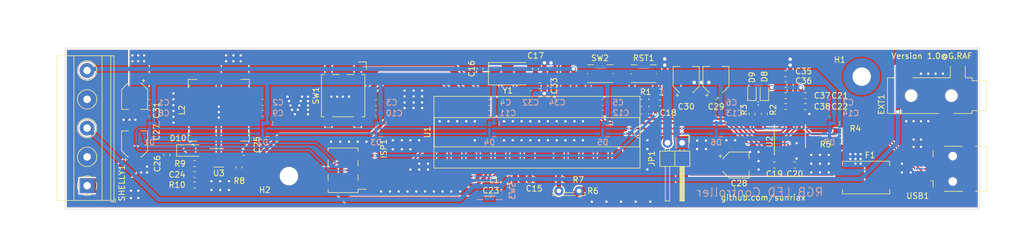
<source format=kicad_pcb>
(kicad_pcb (version 20171130) (host pcbnew "(5.1.9)-1")
  (title_block (title "LED Controller") (date 2021-01-21) (rev 1.0) (company "Liebherr Werk Nenzing GmbH") (comment 1 "Ing. R. GÄCHTER"))
  (layers (0 F.Cu signal hide) (31 B.Cu signal hide) (34 B.Paste user) (35 F.Paste user) (36 B.SilkS user) (37 F.SilkS user) (38 B.Mask user) (39 F.Mask user) (44 Edge.Cuts user))
  (net 0 "")
  (net 1 "Net-(C1-Pad2)")
  (net 2 GND)
  (net 3 VCC)
  (net 4 "Net-(C15-Pad1)")
  (net 5 "Net-(C16-Pad1)")
  (net 6 "Net-(C17-Pad2)")
  (net 7 RESET)
  (net 8 "Net-(C24-Pad2)")
  (net 9 "Net-(D8-Pad1)")
  (net 10 "Net-(D9-Pad1)")
  (net 11 "Net-(D10-Pad2)")
  (net 12 "Net-(F1-Pad2)")
  (net 13 "Net-(L1-Pad1)")
  (net 14 "Net-(R4-Pad2)")
  (net 15 "Net-(R5-Pad2)")
  (net 16 "Net-(R6-Pad2)")
  (net 17 SHDN)
  (net 18 "Net-(SW2-Pad2)")
  (net 19 RXD)
  (net 20 TXD)
  (net 21 ENABLE)
  (net 22 "Net-(R2-Pad2)")
  (net 23 "Net-(R3-Pad2)")
  (net 24 "Net-(EXT1-PadT)")
  (net 25 "Net-(ISP1-Pad1)")
  (net 26 "Net-(R4-Pad1)")
  (net 27 "Net-(R5-Pad1)")
  (net 28 "Net-(SW1-Pad2)")
  (net 29 "Net-(SW1-Pad1)")
  (net 30 "Net-(SW1-Pad8)")
  (net 31 "Net-(SW1-Pad4)")
  (net 32 +3V3)
  (net 33 +12V)
  (net 34 "Net-(D1-Pad2)")
  (net 35 "Net-(D2-Pad2)")
  (net 36 "Net-(D3-Pad2)")
  (net 37 "Net-(D4-Pad2)")
  (net 38 "Net-(D5-Pad2)")
  (net 39 "Net-(D6-Pad2)")
  (net 40 MOSI)
  (net 41 SCK)
  (net 42 "Net-(D1-Pad3)")
  (net 43 "Net-(D2-Pad3)")
  (net 44 "Net-(D3-Pad3)")
  (net 45 "Net-(D4-Pad3)")
  (net 46 "Net-(D5-Pad3)")
  (net 47 "Net-(D6-Pad3)")
  (module Button_Switch_SMD:SW_Push_1P1T-SH_NO_CK_KMR2xxG (layer F.Cu) (at 171.577 92.075)
    (fp_text reference RST1 (at -0.0254 -2.7178 180) (layer F.SilkS))
    (fp_text value RESET)
    (pad 2 smd rect (at 2.05 0.8) (size 0.9 1) (layers F.Cu F.Paste F.Mask) (net 7 RESET))
    (pad 1 smd rect (at 2.05 -0.8) (size 0.9 1) (layers F.Cu F.Paste F.Mask) (net 2 GND))
    (pad 2 smd rect (at -2.05 0.8) (size 0.9 1) (layers F.Cu F.Paste F.Mask) (net 7 RESET))
    (pad 1 smd rect (at -2.05 -0.8) (size 0.9 1) (layers F.Cu F.Paste F.Mask) (net 2 GND))
    (pad SH smd rect (at 0 -1.425) (size 1.7 0.55) (layers F.Cu F.Paste F.Mask))
  )
  (module LED_SMD:LED-APA102-2020 (layer B.Cu) (at 203.835 101.6 180)
    (fp_text reference D7 (at 0 -2.413) (layer B.SilkS) (effects (justify mirror)))
    (fp_text value APA102-2020)
    (fp_text user 1 (at -1.7 0.9) (layer B.SilkS) (effects (font (size 0.6 0.6) (thickness 0.1)) (justify mirror)))
    (pad 6 smd rect (at 0 -0.59 90) (size 1.48 0.5) (layers B.Cu B.Paste B.Mask) (net 2 GND))
    (pad 1 smd rect (at 0 0.83 90) (size 1 0.5) (layers B.Cu B.Paste B.Mask) (net 1 "Net-(C1-Pad2)"))
    (pad 6 smd rect (at 0.85 0.9 180) (size 0.8 0.5) (layers B.Cu B.Paste B.Mask) (net 2 GND))
    (pad 4 smd rect (at 0.85 -0.9 180) (size 0.8 0.5) (layers B.Cu B.Paste B.Mask) (net 47 "Net-(D6-Pad3)"))
    (pad 5 smd rect (at 0.85 0 180) (size 0.8 0.3) (layers B.Cu B.Paste B.Mask) (net 39 "Net-(D6-Pad2)"))
    (pad 3 smd rect (at -0.85 -0.9 180) (size 0.8 0.5) (layers B.Cu B.Paste B.Mask))
    (pad 2 smd rect (at -0.85 0 180) (size 0.8 0.3) (layers B.Cu B.Paste B.Mask))
    (pad 1 smd rect (at -0.85 0.9 180) (size 0.8 0.5) (layers B.Cu B.Paste B.Mask) (net 1 "Net-(C1-Pad2)"))
  )
  (module LED_SMD:LED-APA102-2020 (layer B.Cu) (at 184.15 101.6 180)
    (fp_text reference D6 (at 0 -2.413) (layer B.SilkS) (effects (justify mirror)))
    (fp_text value APA102-2020)
    (fp_text user 1 (at -1.7 0.9) (layer B.SilkS) (effects (font (size 0.6 0.6) (thickness 0.1)) (justify mirror)))
    (pad 6 smd rect (at 0 -0.59 90) (size 1.48 0.5) (layers B.Cu B.Paste B.Mask) (net 2 GND))
    (pad 1 smd rect (at 0 0.83 90) (size 1 0.5) (layers B.Cu B.Paste B.Mask) (net 1 "Net-(C1-Pad2)"))
    (pad 6 smd rect (at 0.85 0.9 180) (size 0.8 0.5) (layers B.Cu B.Paste B.Mask) (net 2 GND))
    (pad 4 smd rect (at 0.85 -0.9 180) (size 0.8 0.5) (layers B.Cu B.Paste B.Mask) (net 46 "Net-(D5-Pad3)"))
    (pad 5 smd rect (at 0.85 0 180) (size 0.8 0.3) (layers B.Cu B.Paste B.Mask) (net 38 "Net-(D5-Pad2)"))
    (pad 3 smd rect (at -0.85 -0.9 180) (size 0.8 0.5) (layers B.Cu B.Paste B.Mask) (net 47 "Net-(D6-Pad3)"))
    (pad 2 smd rect (at -0.85 0 180) (size 0.8 0.3) (layers B.Cu B.Paste B.Mask) (net 39 "Net-(D6-Pad2)"))
    (pad 1 smd rect (at -0.85 0.9 180) (size 0.8 0.5) (layers B.Cu B.Paste B.Mask) (net 1 "Net-(C1-Pad2)"))
  )
  (module LED_SMD:LED-APA102-2020 (layer B.Cu) (at 164.465 101.6 180)
    (fp_text reference D5 (at 0 -2.413) (layer B.SilkS) (effects (justify mirror)))
    (fp_text value APA102-2020)
    (fp_text user 1 (at -1.7 0.9) (layer B.SilkS) (effects (font (size 0.6 0.6) (thickness 0.1)) (justify mirror)))
    (pad 6 smd rect (at 0 -0.59 90) (size 1.48 0.5) (layers B.Cu B.Paste B.Mask) (net 2 GND))
    (pad 1 smd rect (at 0 0.83 90) (size 1 0.5) (layers B.Cu B.Paste B.Mask) (net 1 "Net-(C1-Pad2)"))
    (pad 6 smd rect (at 0.85 0.9 180) (size 0.8 0.5) (layers B.Cu B.Paste B.Mask) (net 2 GND))
    (pad 4 smd rect (at 0.85 -0.9 180) (size 0.8 0.5) (layers B.Cu B.Paste B.Mask) (net 45 "Net-(D4-Pad3)"))
    (pad 5 smd rect (at 0.85 0 180) (size 0.8 0.3) (layers B.Cu B.Paste B.Mask) (net 37 "Net-(D4-Pad2)"))
    (pad 3 smd rect (at -0.85 -0.9 180) (size 0.8 0.5) (layers B.Cu B.Paste B.Mask) (net 46 "Net-(D5-Pad3)"))
    (pad 2 smd rect (at -0.85 0 180) (size 0.8 0.3) (layers B.Cu B.Paste B.Mask) (net 38 "Net-(D5-Pad2)"))
    (pad 1 smd rect (at -0.85 0.9 180) (size 0.8 0.5) (layers B.Cu B.Paste B.Mask) (net 1 "Net-(C1-Pad2)"))
  )
  (module LED_SMD:LED-APA102-2020 (layer B.Cu) (at 144.78 101.6 180)
    (fp_text reference D4 (at 0 -2.413) (layer B.SilkS) (effects (justify mirror)))
    (fp_text value APA102-2020)
    (fp_text user 1 (at -1.7 0.9) (layer B.SilkS) (effects (font (size 0.6 0.6) (thickness 0.1)) (justify mirror)))
    (pad 6 smd rect (at 0 -0.59 90) (size 1.48 0.5) (layers B.Cu B.Paste B.Mask) (net 2 GND))
    (pad 1 smd rect (at 0 0.83 90) (size 1 0.5) (layers B.Cu B.Paste B.Mask) (net 1 "Net-(C1-Pad2)"))
    (pad 6 smd rect (at 0.85 0.9 180) (size 0.8 0.5) (layers B.Cu B.Paste B.Mask) (net 2 GND))
    (pad 4 smd rect (at 0.85 -0.9 180) (size 0.8 0.5) (layers B.Cu B.Paste B.Mask) (net 44 "Net-(D3-Pad3)"))
    (pad 5 smd rect (at 0.85 0 180) (size 0.8 0.3) (layers B.Cu B.Paste B.Mask) (net 36 "Net-(D3-Pad2)"))
    (pad 3 smd rect (at -0.85 -0.9 180) (size 0.8 0.5) (layers B.Cu B.Paste B.Mask) (net 45 "Net-(D4-Pad3)"))
    (pad 2 smd rect (at -0.85 0 180) (size 0.8 0.3) (layers B.Cu B.Paste B.Mask) (net 37 "Net-(D4-Pad2)"))
    (pad 1 smd rect (at -0.85 0.9 180) (size 0.8 0.5) (layers B.Cu B.Paste B.Mask) (net 1 "Net-(C1-Pad2)"))
  )
  (module LED_SMD:LED-APA102-2020 (layer B.Cu) (at 125.095 101.6 180)
    (fp_text reference D3 (at 0 -2.413) (layer B.SilkS) (effects (justify mirror)))
    (fp_text value APA102-2020)
    (fp_text user 1 (at -1.7 0.9) (layer B.SilkS) (effects (font (size 0.6 0.6) (thickness 0.1)) (justify mirror)))
    (pad 6 smd rect (at 0 -0.59 90) (size 1.48 0.5) (layers B.Cu B.Paste B.Mask) (net 2 GND))
    (pad 1 smd rect (at 0 0.83 90) (size 1 0.5) (layers B.Cu B.Paste B.Mask) (net 1 "Net-(C1-Pad2)"))
    (pad 6 smd rect (at 0.85 0.9 180) (size 0.8 0.5) (layers B.Cu B.Paste B.Mask) (net 2 GND))
    (pad 4 smd rect (at 0.85 -0.9 180) (size 0.8 0.5) (layers B.Cu B.Paste B.Mask) (net 43 "Net-(D2-Pad3)"))
    (pad 5 smd rect (at 0.85 0 180) (size 0.8 0.3) (layers B.Cu B.Paste B.Mask) (net 35 "Net-(D2-Pad2)"))
    (pad 3 smd rect (at -0.85 -0.9 180) (size 0.8 0.5) (layers B.Cu B.Paste B.Mask) (net 44 "Net-(D3-Pad3)"))
    (pad 2 smd rect (at -0.85 0 180) (size 0.8 0.3) (layers B.Cu B.Paste B.Mask) (net 36 "Net-(D3-Pad2)"))
    (pad 1 smd rect (at -0.85 0.9 180) (size 0.8 0.5) (layers B.Cu B.Paste B.Mask) (net 1 "Net-(C1-Pad2)"))
  )
  (module LED_SMD:LED-APA102-2020 (layer B.Cu) (at 105.41 101.6 180)
    (fp_text reference D2 (at 0 -2.413) (layer B.SilkS) (effects (justify mirror)))
    (fp_text value APA102-2020)
    (fp_text user 1 (at -1.7 0.9) (layer B.SilkS) (effects (font (size 0.6 0.6) (thickness 0.1)) (justify mirror)))
    (pad 6 smd rect (at 0 -0.59 90) (size 1.48 0.5) (layers B.Cu B.Paste B.Mask) (net 2 GND))
    (pad 1 smd rect (at 0 0.83 90) (size 1 0.5) (layers B.Cu B.Paste B.Mask) (net 1 "Net-(C1-Pad2)"))
    (pad 6 smd rect (at 0.85 0.9 180) (size 0.8 0.5) (layers B.Cu B.Paste B.Mask) (net 2 GND))
    (pad 4 smd rect (at 0.85 -0.9 180) (size 0.8 0.5) (layers B.Cu B.Paste B.Mask) (net 42 "Net-(D1-Pad3)"))
    (pad 5 smd rect (at 0.85 0 180) (size 0.8 0.3) (layers B.Cu B.Paste B.Mask) (net 34 "Net-(D1-Pad2)"))
    (pad 3 smd rect (at -0.85 -0.9 180) (size 0.8 0.5) (layers B.Cu B.Paste B.Mask) (net 43 "Net-(D2-Pad3)"))
    (pad 2 smd rect (at -0.85 0 180) (size 0.8 0.3) (layers B.Cu B.Paste B.Mask) (net 35 "Net-(D2-Pad2)"))
    (pad 1 smd rect (at -0.85 0.9 180) (size 0.8 0.5) (layers B.Cu B.Paste B.Mask) (net 1 "Net-(C1-Pad2)"))
  )
  (module LED_SMD:LED-APA102-2020 (layer B.Cu) (at 85.725 101.6 180)
    (fp_text reference D1 (at 0 -2.413) (layer B.SilkS) (effects (justify mirror)))
    (fp_text value APA102-2020)
    (fp_text user 1 (at -1.7 0.9) (layer B.SilkS) (effects (font (size 0.6 0.6) (thickness 0.1)) (justify mirror)))
    (pad 6 smd rect (at 0 -0.59 90) (size 1.48 0.5) (layers B.Cu B.Paste B.Mask) (net 2 GND))
    (pad 1 smd rect (at 0 0.83 90) (size 1 0.5) (layers B.Cu B.Paste B.Mask) (net 1 "Net-(C1-Pad2)"))
    (pad 6 smd rect (at 0.85 0.9 180) (size 0.8 0.5) (layers B.Cu B.Paste B.Mask) (net 2 GND))
    (pad 4 smd rect (at 0.85 -0.9 180) (size 0.8 0.5) (layers B.Cu B.Paste B.Mask) (net 40 MOSI))
    (pad 5 smd rect (at 0.85 0 180) (size 0.8 0.3) (layers B.Cu B.Paste B.Mask) (net 41 SCK))
    (pad 3 smd rect (at -0.85 -0.9 180) (size 0.8 0.5) (layers B.Cu B.Paste B.Mask) (net 42 "Net-(D1-Pad3)"))
    (pad 2 smd rect (at -0.85 0 180) (size 0.8 0.3) (layers B.Cu B.Paste B.Mask) (net 34 "Net-(D1-Pad2)"))
    (pad 1 smd rect (at -0.85 0.9 180) (size 0.8 0.5) (layers B.Cu B.Paste B.Mask) (net 1 "Net-(C1-Pad2)"))
  )
  (module Fuse:Fuse_Bourns_MF-SM_7.98x5.44mm (layer F.Cu) (at 210.185 110.109)
    (fp_text reference F1 (at 0.6858 -3.8862) (layer F.SilkS))
    (fp_text value 750m)
    (pad 2 smd rect (at 3.7 0) (size 2.3 3.1) (layers F.Cu F.Paste F.Mask) (net 12 "Net-(F1-Pad2)"))
    (pad 1 smd rect (at -3.7 0) (size 2.3 3.1) (layers F.Cu F.Paste F.Mask) (net 3 VCC))
  )
  (module Capacitor_SMD:CP_Elec_4x5.8 (layer F.Cu) (at 83.185 96.012 270)
    (fp_text reference C31 (at 2.413 -3.81 270) (layer F.SilkS))
    (fp_text value 10u)
    (pad 2 smd roundrect (at 1.8 0 270) (size 2.6 1.6) (layers F.Cu F.Paste F.Mask) (roundrect_rratio 0.15625) (net 2 GND))
    (pad 1 smd roundrect (at -1.8 0 270) (size 2.6 1.6) (layers F.Cu F.Paste F.Mask) (roundrect_rratio 0.15625) (net 3 VCC))
  )
  (module Capacitor_SMD:CP_Elec_4x5.8 (layer F.Cu) (at 178.9557 93.0783 90)
    (fp_text reference C30 (at -4.7117 0 180) (layer F.SilkS))
    (fp_text value 10u)
    (pad 2 smd roundrect (at 1.8 0 90) (size 2.6 1.6) (layers F.Cu F.Paste F.Mask) (roundrect_rratio 0.15625) (net 2 GND))
    (pad 1 smd roundrect (at -1.8 0 90) (size 2.6 1.6) (layers F.Cu F.Paste F.Mask) (roundrect_rratio 0.15625) (net 1 "Net-(C1-Pad2)"))
  )
  (module Capacitor_SMD:CP_Elec_4x5.8 (layer F.Cu) (at 184.1119 93.0656 90)
    (fp_text reference C29 (at -4.7244 0.0381 180) (layer F.SilkS))
    (fp_text value 10u)
    (pad 2 smd roundrect (at 1.8 0 90) (size 2.6 1.6) (layers F.Cu F.Paste F.Mask) (roundrect_rratio 0.15625) (net 2 GND))
    (pad 1 smd roundrect (at -1.8 0 90) (size 2.6 1.6) (layers F.Cu F.Paste F.Mask) (roundrect_rratio 0.15625) (net 1 "Net-(C1-Pad2)"))
  )
  (module Capacitor_SMD:CP_Elec_4x5.8 (layer F.Cu) (at 187.6171 107.9373)
    (fp_text reference C28 (at 0.508 3.175) (layer F.SilkS))
    (fp_text value 10u)
    (pad 2 smd roundrect (at 1.8 0) (size 2.6 1.6) (layers F.Cu F.Paste F.Mask) (roundrect_rratio 0.15625) (net 2 GND))
    (pad 1 smd roundrect (at -1.8 0) (size 2.6 1.6) (layers F.Cu F.Paste F.Mask) (roundrect_rratio 0.15625) (net 3 VCC))
  )
  (module Capacitor_SMD:CP_Elec_4x5.8 (layer F.Cu) (at 83.185 104.267 90)
    (fp_text reference C27 (at 2.032 3.81 90) (layer F.SilkS))
    (fp_text value 10u)
    (pad 2 smd roundrect (at 1.8 0 90) (size 2.6 1.6) (layers F.Cu F.Paste F.Mask) (roundrect_rratio 0.15625) (net 2 GND))
    (pad 1 smd roundrect (at -1.8 0 90) (size 2.6 1.6) (layers F.Cu F.Paste F.Mask) (roundrect_rratio 0.15625) (net 33 +12V))
  )
  (module Button_Switch_SMD:Nidec_Copal_SH-7040B (layer F.Cu) (at 119.38 95.885 270)
    (fp_text reference SW1 (at 0 4.7244 90) (layer F.SilkS))
    (fp_text value SW_Coded_SH-7080)
    (pad 1 smd rect (at -4 -2.54 270) (size 3 1) (layers F.Cu F.Paste F.Mask) (net 29 "Net-(SW1-Pad1)"))
    (pad 8 smd rect (at 4 -2.54 270) (size 3 1) (layers F.Cu F.Paste F.Mask) (net 30 "Net-(SW1-Pad8)"))
    (pad C smd rect (at -4 0 270) (size 3 1) (layers F.Cu F.Paste F.Mask) (net 2 GND))
    (pad 4 smd rect (at -4 2.54 270) (size 3 1) (layers F.Cu F.Paste F.Mask) (net 31 "Net-(SW1-Pad4)"))
    (pad 2 smd rect (at 4 2.54 270) (size 3 1) (layers F.Cu F.Paste F.Mask) (net 28 "Net-(SW1-Pad2)"))
  )
  (module Package_DIP:DIP-28_W8.89mm_SMDSocket_LongPads (layer F.Cu) (at 153.035 102.235 270)
    (fp_text reference U1 (at 0 19.0246 90) (layer F.SilkS))
    (fp_text value ATmega8A-PU)
    (pad 1 smd rect (at -4.445 -16.51 270) (size 3.1 1.6) (layers F.Cu F.Paste F.Mask) (net 7 RESET))
    (pad 15 smd rect (at 4.445 16.51 270) (size 3.1 1.6) (layers F.Cu F.Paste F.Mask))
    (pad 2 smd rect (at -4.445 -13.97 270) (size 3.1 1.6) (layers F.Cu F.Paste F.Mask) (net 19 RXD))
    (pad 16 smd rect (at 4.445 13.97 270) (size 3.1 1.6) (layers F.Cu F.Paste F.Mask))
    (pad 3 smd rect (at -4.445 -11.43 270) (size 3.1 1.6) (layers F.Cu F.Paste F.Mask) (net 20 TXD))
    (pad 17 smd rect (at 4.445 11.43 270) (size 3.1 1.6) (layers F.Cu F.Paste F.Mask) (net 40 MOSI))
    (pad 4 smd rect (at -4.445 -8.89 270) (size 3.1 1.6) (layers F.Cu F.Paste F.Mask) (net 18 "Net-(SW2-Pad2)"))
    (pad 18 smd rect (at 4.445 8.89 270) (size 3.1 1.6) (layers F.Cu F.Paste F.Mask) (net 25 "Net-(ISP1-Pad1)"))
    (pad 5 smd rect (at -4.445 -6.35 270) (size 3.1 1.6) (layers F.Cu F.Paste F.Mask) (net 21 ENABLE))
    (pad 19 smd rect (at 4.445 6.35 270) (size 3.1 1.6) (layers F.Cu F.Paste F.Mask) (net 41 SCK))
    (pad 6 smd rect (at -4.445 -3.81 270) (size 3.1 1.6) (layers F.Cu F.Paste F.Mask) (net 31 "Net-(SW1-Pad4)"))
    (pad 20 smd rect (at 4.445 3.81 270) (size 3.1 1.6) (layers F.Cu F.Paste F.Mask) (net 13 "Net-(L1-Pad1)"))
    (pad 7 smd rect (at -4.445 -1.27 270) (size 3.1 1.6) (layers F.Cu F.Paste F.Mask) (net 3 VCC))
    (pad 21 smd rect (at 4.445 1.27 270) (size 3.1 1.6) (layers F.Cu F.Paste F.Mask) (net 4 "Net-(C15-Pad1)"))
    (pad 8 smd rect (at -4.445 1.27 270) (size 3.1 1.6) (layers F.Cu F.Paste F.Mask) (net 2 GND))
    (pad 22 smd rect (at 4.445 -1.27 270) (size 3.1 1.6) (layers F.Cu F.Paste F.Mask) (net 2 GND))
    (pad 9 smd rect (at -4.445 3.81 270) (size 3.1 1.6) (layers F.Cu F.Paste F.Mask) (net 6 "Net-(C17-Pad2)"))
    (pad 23 smd rect (at 4.445 -3.81 270) (size 3.1 1.6) (layers F.Cu F.Paste F.Mask) (net 16 "Net-(R6-Pad2)"))
    (pad 10 smd rect (at -4.445 6.35 270) (size 3.1 1.6) (layers F.Cu F.Paste F.Mask) (net 5 "Net-(C16-Pad1)"))
    (pad 24 smd rect (at 4.445 -6.35 270) (size 3.1 1.6) (layers F.Cu F.Paste F.Mask))
    (pad 11 smd rect (at -4.445 8.89 270) (size 3.1 1.6) (layers F.Cu F.Paste F.Mask) (net 29 "Net-(SW1-Pad1)"))
    (pad 25 smd rect (at 4.445 -8.89 270) (size 3.1 1.6) (layers F.Cu F.Paste F.Mask))
    (pad 12 smd rect (at -4.445 11.43 270) (size 3.1 1.6) (layers F.Cu F.Paste F.Mask) (net 28 "Net-(SW1-Pad2)"))
    (pad 26 smd rect (at 4.445 -11.43 270) (size 3.1 1.6) (layers F.Cu F.Paste F.Mask))
    (pad 13 smd rect (at -4.445 13.97 270) (size 3.1 1.6) (layers F.Cu F.Paste F.Mask) (net 30 "Net-(SW1-Pad8)"))
    (pad 27 smd rect (at 4.445 -13.97 270) (size 3.1 1.6) (layers F.Cu F.Paste F.Mask))
    (pad 14 smd rect (at -4.445 16.51 270) (size 3.1 1.6) (layers F.Cu F.Paste F.Mask) (net 17 SHDN))
    (pad 28 smd rect (at 4.445 -16.51 270) (size 3.1 1.6) (layers F.Cu F.Paste F.Mask))
  )
  (module Connector_Audio:Jack_3.5mm_CUI_SJ-3523-SMT_Horizontal (layer F.Cu) (at 222.504 95.885 270)
    (fp_text reference EXT1 (at 1.524 9.652 90) (layer F.SilkS))
    (fp_text value AudioJack2)
    (pad "" np_thru_hole circle (at 0 4.5 270) (size 1.7 1.7) (drill 1.7) (layers *.Cu *.Mask))
    (pad "" np_thru_hole circle (at 0 -2.5 270) (size 1.7 1.7) (drill 1.7) (layers *.Cu *.Mask))
    (pad T smd rect (at -3.7 5.8 270) (size 2.8 2.8) (layers F.Cu F.Paste F.Mask) (net 24 "Net-(EXT1-PadT)"))
    (pad S smd rect (at -3.7 -3.6 270) (size 2.8 2.2) (layers F.Cu F.Paste F.Mask) (net 2 GND))
    (pad R smd rect (at 3.7 -1.6 270) (size 2.8 2.2) (layers F.Cu F.Paste F.Mask))
  )
  (module MountingHole:MountingHole_3.2mm_M3_Pad (layer F.Cu) (at 109.982 109.855)
    (fp_text reference H2 (at -4.191 2.413) (layer F.SilkS))
    (fp_text value MountingHole)
    (pad 1 thru_hole circle (at 0 0) (size 6.4 6.4) (drill 3.2) (layers *.Cu *.Mask) (net 2 GND))
  )
  (module MountingHole:MountingHole_3.2mm_M3_Pad (layer F.Cu) (at 209.423 92.583)
    (fp_text reference H1 (at -3.81 -2.921) (layer F.SilkS))
    (fp_text value MountingHole)
    (pad 1 thru_hole circle (at 0 0) (size 6.4 6.4) (drill 3.2) (layers *.Cu *.Mask) (net 2 GND))
  )
  (module TerminalBlock_Phoenix:TerminalBlock_Phoenix_MKDS-1,5-5_1x05_P5.00mm_Horizontal (layer F.Cu) (at 74.93 111.52 90)
    (fp_text reference SHELLY1 (at 0.4585 6.0325 90) (layer F.SilkS))
    (fp_text value Screw_Terminal_01x05)
    (pad 5 thru_hole circle (at 20 0 90) (size 2.6 2.6) (drill 1.3) (layers *.Cu *.Mask) (net 21 ENABLE))
    (pad 4 thru_hole circle (at 15 0 90) (size 2.6 2.6) (drill 1.3) (layers *.Cu *.Mask) (net 2 GND))
    (pad 3 thru_hole circle (at 10 0 90) (size 2.6 2.6) (drill 1.3) (layers *.Cu *.Mask) (net 24 "Net-(EXT1-PadT)"))
    (pad 2 thru_hole circle (at 5 0 90) (size 2.6 2.6) (drill 1.3) (layers *.Cu *.Mask) (net 2 GND))
    (pad 1 thru_hole rect (at 0 0 90) (size 2.6 2.6) (drill 1.3) (layers *.Cu *.Mask) (net 33 +12V))
  )
  (module Connector_PinHeader_2.54mm:PinHeader_1x02_P2.54mm_Horizontal (layer F.Cu) (at 178.2445 104.0765 270)
    (fp_text reference JP1 (at 2.7305 5.2705 270) (layer F.SilkS))
    (fp_text value Jumper_2_Open)
    (pad 2 thru_hole oval (at 0 2.54 270) (size 1.7 1.7) (drill 1) (layers *.Cu *.Mask) (net 1 "Net-(C1-Pad2)"))
    (pad 1 thru_hole rect (at 0 0 270) (size 1.7 1.7) (drill 1) (layers *.Cu *.Mask) (net 3 VCC))
  )
  (module Capacitor_SMD:C_0603_1608Metric (layer B.Cu) (at 85.725 97.0915)
    (fp_text reference C1 (at 2.54 0) (layer B.SilkS) (effects (justify mirror)))
    (fp_text value 10u)
    (pad 2 smd roundrect (at 0.7875 0) (size 0.875 0.95) (layers B.Cu B.Paste B.Mask) (net 1 "Net-(C1-Pad2)"))
    (pad 1 smd roundrect (at -0.7875 0) (size 0.875 0.95) (layers B.Cu B.Paste B.Mask) (net 2 GND))
  )
  (module Capacitor_SMD:C_0603_1608Metric (layer B.Cu) (at 105.41 97.0915)
    (fp_text reference C2 (at 2.667 0) (layer B.SilkS) (effects (justify mirror)))
    (fp_text value 10u)
    (pad 1 smd roundrect (at -0.7875 0) (size 0.875 0.95) (layers B.Cu B.Paste B.Mask) (net 2 GND))
    (pad 2 smd roundrect (at 0.7875 0) (size 0.875 0.95) (layers B.Cu B.Paste B.Mask) (net 1 "Net-(C1-Pad2)"))
  )
  (module Capacitor_SMD:C_0603_1608Metric (layer B.Cu) (at 125.095 97.0915)
    (fp_text reference C3 (at 2.7305 0) (layer B.SilkS) (effects (justify mirror)))
    (fp_text value 10u)
    (pad 1 smd roundrect (at -0.7875 0) (size 0.875 0.95) (layers B.Cu B.Paste B.Mask) (net 2 GND))
    (pad 2 smd roundrect (at 0.7875 0) (size 0.875 0.95) (layers B.Cu B.Paste B.Mask) (net 1 "Net-(C1-Pad2)"))
  )
  (module Capacitor_SMD:C_0603_1608Metric (layer B.Cu) (at 144.7799 97.0915)
    (fp_text reference C4 (at 2.7941 0) (layer B.SilkS) (effects (justify mirror)))
    (fp_text value 10u)
    (pad 1 smd roundrect (at -0.7875 0) (size 0.875 0.95) (layers B.Cu B.Paste B.Mask) (net 2 GND))
    (pad 2 smd roundrect (at 0.7875 0) (size 0.875 0.95) (layers B.Cu B.Paste B.Mask) (net 1 "Net-(C1-Pad2)"))
  )
  (module Capacitor_SMD:C_0603_1608Metric (layer B.Cu) (at 164.465 97.0788)
    (fp_text reference C5 (at 2.667 0.0127) (layer B.SilkS) (effects (justify mirror)))
    (fp_text value 10u)
    (pad 1 smd roundrect (at -0.7875 0) (size 0.875 0.95) (layers B.Cu B.Paste B.Mask) (net 2 GND))
    (pad 2 smd roundrect (at 0.7875 0) (size 0.875 0.95) (layers B.Cu B.Paste B.Mask) (net 1 "Net-(C1-Pad2)"))
  )
  (module Capacitor_SMD:C_0603_1608Metric (layer B.Cu) (at 184.15 97.0915)
    (fp_text reference C6 (at 2.667 0 180) (layer B.SilkS) (effects (justify mirror)))
    (fp_text value 10u)
    (pad 1 smd roundrect (at -0.7875 0) (size 0.875 0.95) (layers B.Cu B.Paste B.Mask) (net 2 GND))
    (pad 2 smd roundrect (at 0.7875 0) (size 0.875 0.95) (layers B.Cu B.Paste B.Mask) (net 1 "Net-(C1-Pad2)"))
  )
  (module Capacitor_SMD:C_0603_1608Metric (layer B.Cu) (at 203.835 97.0788)
    (fp_text reference C7 (at 3.2385 0.0127) (layer B.SilkS) (effects (justify mirror)))
    (fp_text value 10u)
    (pad 1 smd roundrect (at -0.7875 0) (size 0.875 0.95) (layers B.Cu B.Paste B.Mask) (net 2 GND))
    (pad 2 smd roundrect (at 0.7875 0) (size 0.875 0.95) (layers B.Cu B.Paste B.Mask) (net 1 "Net-(C1-Pad2)"))
  )
  (module Capacitor_SMD:C_0603_1608Metric (layer B.Cu) (at 85.725 98.933)
    (fp_text reference C8 (at 2.54 0) (layer B.SilkS) (effects (justify mirror)))
    (fp_text value 100n)
    (pad 1 smd roundrect (at -0.7875 0) (size 0.875 0.95) (layers B.Cu B.Paste B.Mask) (net 2 GND))
    (pad 2 smd roundrect (at 0.7875 0) (size 0.875 0.95) (layers B.Cu B.Paste B.Mask) (net 1 "Net-(C1-Pad2)"))
  )
  (module Capacitor_SMD:C_0603_1608Metric (layer B.Cu) (at 105.41 98.933)
    (fp_text reference C9 (at 2.667 0) (layer B.SilkS) (effects (justify mirror)))
    (fp_text value 100n)
    (pad 2 smd roundrect (at 0.7875 0) (size 0.875 0.95) (layers B.Cu B.Paste B.Mask) (net 1 "Net-(C1-Pad2)"))
    (pad 1 smd roundrect (at -0.7875 0) (size 0.875 0.95) (layers B.Cu B.Paste B.Mask) (net 2 GND))
  )
  (module Capacitor_SMD:C_0603_1608Metric (layer B.Cu) (at 125.095 98.933)
    (fp_text reference C10 (at 3.175 0 180) (layer B.SilkS) (effects (justify mirror)))
    (fp_text value 100n)
    (pad 2 smd roundrect (at 0.7875 0) (size 0.875 0.95) (layers B.Cu B.Paste B.Mask) (net 1 "Net-(C1-Pad2)"))
    (pad 1 smd roundrect (at -0.7875 0) (size 0.875 0.95) (layers B.Cu B.Paste B.Mask) (net 2 GND))
  )
  (module Capacitor_SMD:C_0603_1608Metric (layer B.Cu) (at 144.78 98.933)
    (fp_text reference C11 (at 3.175 0) (layer B.SilkS) (effects (justify mirror)))
    (fp_text value 100n)
    (pad 2 smd roundrect (at 0.7875 0) (size 0.875 0.95) (layers B.Cu B.Paste B.Mask) (net 1 "Net-(C1-Pad2)"))
    (pad 1 smd roundrect (at -0.7875 0) (size 0.875 0.95) (layers B.Cu B.Paste B.Mask) (net 2 GND))
  )
  (module Capacitor_SMD:C_0603_1608Metric (layer B.Cu) (at 164.465 98.9203)
    (fp_text reference C12 (at 3.175 -0.0508 180) (layer B.SilkS) (effects (justify mirror)))
    (fp_text value 100n)
    (pad 1 smd roundrect (at -0.7875 0) (size 0.875 0.95) (layers B.Cu B.Paste B.Mask) (net 2 GND))
    (pad 2 smd roundrect (at 0.7875 0) (size 0.875 0.95) (layers B.Cu B.Paste B.Mask) (net 1 "Net-(C1-Pad2)"))
  )
  (module Capacitor_SMD:C_0603_1608Metric (layer B.Cu) (at 184.15 98.933)
    (fp_text reference C13 (at 3.175 0) (layer B.SilkS) (effects (justify mirror)))
    (fp_text value 100n)
    (pad 2 smd roundrect (at 0.7875 0) (size 0.875 0.95) (layers B.Cu B.Paste B.Mask) (net 1 "Net-(C1-Pad2)"))
    (pad 1 smd roundrect (at -0.7875 0) (size 0.875 0.95) (layers B.Cu B.Paste B.Mask) (net 2 GND))
  )
  (module Capacitor_SMD:C_0603_1608Metric (layer B.Cu) (at 203.835 98.933)
    (fp_text reference C14 (at 3.683 0) (layer B.SilkS) (effects (justify mirror)))
    (fp_text value 100n)
    (pad 2 smd roundrect (at 0.7875 0) (size 0.875 0.95) (layers B.Cu B.Paste B.Mask) (net 1 "Net-(C1-Pad2)"))
    (pad 1 smd roundrect (at -0.7875 0) (size 0.875 0.95) (layers B.Cu B.Paste B.Mask) (net 2 GND))
  )
  (module Capacitor_SMD:C_0603_1608Metric (layer F.Cu) (at 152.55748 110.47984)
    (fp_text reference C15 (at 0 1.53416) (layer F.SilkS))
    (fp_text value 100n)
    (pad 2 smd roundrect (at 0.7875 0) (size 0.875 0.95) (layers F.Cu F.Paste F.Mask) (net 2 GND))
    (pad 1 smd roundrect (at -0.7875 0) (size 0.875 0.95) (layers F.Cu F.Paste F.Mask) (net 4 "Net-(C15-Pad1)"))
  )
  (module Capacitor_SMD:C_0603_1608Metric (layer F.Cu) (at 143.129 91.186 90)
    (fp_text reference C16 (at 0 -1.43 90) (layer F.SilkS))
    (fp_text value 15p)
    (pad 2 smd roundrect (at 0.7875 0 90) (size 0.875 0.95) (layers F.Cu F.Paste F.Mask) (net 2 GND))
    (pad 1 smd roundrect (at -0.7875 0 90) (size 0.875 0.95) (layers F.Cu F.Paste F.Mask) (net 5 "Net-(C16-Pad1)"))
  )
  (module Capacitor_SMD:C_0603_1608Metric (layer F.Cu) (at 152.781 91.2495 270)
    (fp_text reference C17 (at -2.2987 -0.0254 180) (layer F.SilkS))
    (fp_text value 15p)
    (pad 1 smd roundrect (at -0.7875 0 270) (size 0.875 0.95) (layers F.Cu F.Paste F.Mask) (net 2 GND))
    (pad 2 smd roundrect (at 0.7875 0 270) (size 0.875 0.95) (layers F.Cu F.Paste F.Mask) (net 6 "Net-(C17-Pad2)"))
  )
  (module Capacitor_SMD:C_0603_1608Metric (layer F.Cu) (at 174.4345 97.155)
    (fp_text reference C18 (at 1.3843 1.7018) (layer F.SilkS))
    (fp_text value 100n)
    (pad 2 smd roundrect (at 0.7875 0) (size 0.875 0.95) (layers F.Cu F.Paste F.Mask) (net 2 GND))
    (pad 1 smd roundrect (at -0.7875 0) (size 0.875 0.95) (layers F.Cu F.Paste F.Mask) (net 7 RESET))
  )
  (module Capacitor_SMD:C_0603_1608Metric (layer F.Cu) (at 194.2465 107.95)
    (fp_text reference C19 (at 0.0127 1.524 180) (layer F.SilkS))
    (fp_text value 4.7u)
    (pad 1 smd roundrect (at -0.7875 0) (size 0.875 0.95) (layers F.Cu F.Paste F.Mask) (net 2 GND))
    (pad 2 smd roundrect (at 0.7875 0) (size 0.875 0.95) (layers F.Cu F.Paste F.Mask) (net 32 +3V3))
  )
  (module Capacitor_SMD:C_0603_1608Metric (layer F.Cu) (at 197.8025 107.95 180)
    (fp_text reference C20 (at -0.0127 -1.524 180) (layer F.SilkS))
    (fp_text value 100n)
    (pad 2 smd roundrect (at 0.7875 0 180) (size 0.875 0.95) (layers F.Cu F.Paste F.Mask) (net 32 +3V3))
    (pad 1 smd roundrect (at -0.7875 0 180) (size 0.875 0.95) (layers F.Cu F.Paste F.Mask) (net 2 GND))
  )
  (module Capacitor_SMD:C_0603_1608Metric (layer F.Cu) (at 199.644 95.885 180)
    (fp_text reference C21 (at -5.969 0) (layer F.SilkS))
    (fp_text value 100n)
    (pad 1 smd roundrect (at -0.7875 0 180) (size 0.875 0.95) (layers F.Cu F.Paste F.Mask) (net 2 GND))
    (pad 2 smd roundrect (at 0.7875 0 180) (size 0.875 0.95) (layers F.Cu F.Paste F.Mask) (net 32 +3V3))
  )
  (module Capacitor_SMD:C_0603_1608Metric (layer F.Cu) (at 199.644 97.79 180)
    (fp_text reference C22 (at -5.969 0) (layer F.SilkS))
    (fp_text value 100n)
    (pad 2 smd roundrect (at 0.7875 0 180) (size 0.875 0.95) (layers F.Cu F.Paste F.Mask) (net 32 +3V3))
    (pad 1 smd roundrect (at -0.7875 0 180) (size 0.875 0.95) (layers F.Cu F.Paste F.Mask) (net 2 GND))
  )
  (module Capacitor_SMD:C_0603_1608Metric (layer F.Cu) (at 148.209 112.3188)
    (fp_text reference C23 (at -3.175 0.0508 180) (layer F.SilkS))
    (fp_text value 100n)
    (pad 1 smd roundrect (at -0.7875 0) (size 0.875 0.95) (layers F.Cu F.Paste F.Mask) (net 3 VCC))
    (pad 2 smd roundrect (at 0.7875 0) (size 0.875 0.95) (layers F.Cu F.Paste F.Mask) (net 2 GND))
  )
  (module Capacitor_SMD:C_0603_1608Metric (layer F.Cu) (at 93.599 109.601)
    (fp_text reference C24 (at -3.048 0) (layer F.SilkS))
    (fp_text value 220p)
    (pad 1 smd roundrect (at -0.7875 0) (size 0.875 0.95) (layers F.Cu F.Paste F.Mask) (net 33 +12V))
    (pad 2 smd roundrect (at 0.7875 0) (size 0.875 0.95) (layers F.Cu F.Paste F.Mask) (net 8 "Net-(C24-Pad2)"))
  )
  (module Capacitor_SMD:C_0603_1608Metric (layer F.Cu) (at 102.108 105.7275)
    (fp_text reference C25 (at 2.3368 -1.3335 270) (layer F.SilkS))
    (fp_text value 2.2u)
    (pad 2 smd roundrect (at 0.7875 0) (size 0.875 0.95) (layers F.Cu F.Paste F.Mask) (net 2 GND))
    (pad 1 smd roundrect (at -0.7875 0) (size 0.875 0.95) (layers F.Cu F.Paste F.Mask) (net 3 VCC))
  )
  (module Capacitor_SMD:C_0603_1608Metric (layer F.Cu) (at 153.543 94.1705)
    (fp_text reference C33 (at 2.4638 0.0127 90) (layer F.SilkS))
    (fp_text value 100n)
    (pad 2 smd roundrect (at 0.7875 0) (size 0.875 0.95) (layers F.Cu F.Paste F.Mask) (net 3 VCC))
    (pad 1 smd roundrect (at -0.7875 0) (size 0.875 0.95) (layers F.Cu F.Paste F.Mask) (net 2 GND))
  )
  (module Capacitor_SMD:C_0603_1608Metric (layer F.Cu) (at 196.215 93.98)
    (fp_text reference C36 (at 3.1242 -0.6604) (layer F.SilkS))
    (fp_text value 1u)
    (pad 2 smd roundrect (at 0.7875 0) (size 0.875 0.95) (layers F.Cu F.Paste F.Mask) (net 3 VCC))
    (pad 1 smd roundrect (at -0.7875 0) (size 0.875 0.95) (layers F.Cu F.Paste F.Mask) (net 2 GND))
  )
  (module Capacitor_SMD:C_0603_1608Metric (layer F.Cu) (at 196.215 92.075)
    (fp_text reference C35 (at 3.1242 -0.4318) (layer F.SilkS))
    (fp_text value 1u)
    (pad 1 smd roundrect (at -0.7875 0) (size 0.875 0.95) (layers F.Cu F.Paste F.Mask) (net 2 GND))
    (pad 2 smd roundrect (at 0.7875 0) (size 0.875 0.95) (layers F.Cu F.Paste F.Mask) (net 3 VCC))
  )
  (module Capacitor_SMD:C_0603_1608Metric (layer F.Cu) (at 196.215 95.885)
    (fp_text reference C37 (at 6.35 0 180) (layer F.SilkS))
    (fp_text value 100n)
    (pad 1 smd roundrect (at -0.7875 0) (size 0.875 0.95) (layers F.Cu F.Paste F.Mask) (net 2 GND))
    (pad 2 smd roundrect (at 0.7875 0) (size 0.875 0.95) (layers F.Cu F.Paste F.Mask) (net 3 VCC))
  )
  (module Capacitor_SMD:C_0603_1608Metric (layer F.Cu) (at 196.215 97.79)
    (fp_text reference C38 (at 6.35 0 180) (layer F.SilkS))
    (fp_text value 100n)
    (pad 2 smd roundrect (at 0.7875 0) (size 0.875 0.95) (layers F.Cu F.Paste F.Mask) (net 3 VCC))
    (pad 1 smd roundrect (at -0.7875 0) (size 0.875 0.95) (layers F.Cu F.Paste F.Mask) (net 2 GND))
  )
  (module Capacitor_SMD:C_0603_1608Metric (layer B.Cu) (at 156.591 95.504 180)
    (fp_text reference C34 (at 0.0635 -1.5875 180) (layer B.SilkS) (effects (justify mirror)))
    (fp_text value 1u)
    (pad 1 smd roundrect (at -0.7875 0 180) (size 0.875 0.95) (layers B.Cu B.Paste B.Mask) (net 2 GND))
    (pad 2 smd roundrect (at 0.7875 0 180) (size 0.875 0.95) (layers B.Cu B.Paste B.Mask) (net 3 VCC))
  )
  (module Capacitor_SMD:C_0603_1608Metric (layer B.Cu) (at 151.9555 95.504)
    (fp_text reference C32 (at 0 1.5875 180) (layer B.SilkS) (effects (justify mirror)))
    (fp_text value 1u)
    (pad 1 smd roundrect (at -0.7875 0) (size 0.875 0.95) (layers B.Cu B.Paste B.Mask) (net 2 GND))
    (pad 2 smd roundrect (at 0.7875 0) (size 0.875 0.95) (layers B.Cu B.Paste B.Mask) (net 3 VCC))
  )
  (module Capacitor_SMD:C_0603_1608Metric (layer F.Cu) (at 88.773 106.172 270)
    (fp_text reference C26 (at 1.524 1.651 270) (layer F.SilkS))
    (fp_text value 4.7u)
    (pad 2 smd roundrect (at 0.7875 0 270) (size 0.875 0.95) (layers F.Cu F.Paste F.Mask) (net 2 GND))
    (pad 1 smd roundrect (at -0.7875 0 270) (size 0.875 0.95) (layers F.Cu F.Paste F.Mask) (net 33 +12V))
  )
  (module LED_SMD:LED_0603_1608Metric (layer F.Cu) (at 192.532 95.25 90)
    (fp_text reference D8 (at 2.667 0 90) (layer F.SilkS))
    (fp_text value LED)
    (pad 1 smd roundrect (at -0.7875 0 90) (size 0.875 0.95) (layers F.Cu F.Paste F.Mask) (net 9 "Net-(D8-Pad1)"))
    (pad 2 smd roundrect (at 0.7875 0 90) (size 0.875 0.95) (layers F.Cu F.Paste F.Mask) (net 32 +3V3))
  )
  (module LED_SMD:LED_0603_1608Metric (layer F.Cu) (at 190.373 95.25 90)
    (fp_text reference D9 (at 2.54 0 90) (layer F.SilkS))
    (fp_text value LED)
    (pad 2 smd roundrect (at 0.7875 0 90) (size 0.875 0.95) (layers F.Cu F.Paste F.Mask) (net 32 +3V3))
    (pad 1 smd roundrect (at -0.7875 0 90) (size 0.875 0.95) (layers F.Cu F.Paste F.Mask) (net 10 "Net-(D9-Pad1)"))
  )
  (module Diode_SMD:D_SOD-123 (layer F.Cu) (at 92.71 105.41)
    (fp_text reference D10 (at -1.9812 -2.1336 180) (layer F.SilkS))
    (fp_text value MBR0520)
    (pad 1 smd rect (at -1.65 0) (size 0.9 1.2) (layers F.Cu F.Paste F.Mask) (net 33 +12V))
    (pad 2 smd rect (at 1.65 0) (size 0.9 1.2) (layers F.Cu F.Paste F.Mask) (net 11 "Net-(D10-Pad2)"))
  )
  (module Connector_USB:USB_Mini-B_Lumberg_2486_01_Horizontal (layer F.Cu) (at 225.2345 108.585 90)
    (fp_text reference USB1 (at -4.699 -6.0833 180) (layer F.SilkS))
    (fp_text value USB_B_Mini)
    (pad 1 smd rect (at -1.6 -2.7 90) (size 0.5 2) (layers F.Cu F.Paste F.Mask) (net 12 "Net-(F1-Pad2)"))
    (pad 2 smd rect (at -0.8 -2.7 90) (size 0.5 2) (layers F.Cu F.Paste F.Mask) (net 26 "Net-(R4-Pad1)"))
    (pad 3 smd rect (at 0 -2.7 90) (size 0.5 2) (layers F.Cu F.Paste F.Mask) (net 27 "Net-(R5-Pad1)"))
    (pad 4 smd rect (at 0.8 -2.7 90) (size 0.5 2) (layers F.Cu F.Paste F.Mask))
    (pad 5 smd rect (at 1.6 -2.7 90) (size 0.5 2) (layers F.Cu F.Paste F.Mask) (net 2 GND))
    (pad 6 smd rect (at -4.45 -2.6 90) (size 2 1.7) (layers F.Cu F.Paste F.Mask) (net 2 GND))
    (pad 6 smd rect (at -4.45 2.85 90) (size 2 1.7) (layers F.Cu F.Paste F.Mask) (net 2 GND))
    (pad 6 smd rect (at 4.45 -2.6 90) (size 2 1.7) (layers F.Cu F.Paste F.Mask) (net 2 GND))
    (pad 6 smd rect (at 4.45 2.85 90) (size 2 1.7) (layers F.Cu F.Paste F.Mask) (net 2 GND))
    (pad "" np_thru_hole circle (at -2.2 0 90) (size 1 1) (drill 1) (layers *.Cu *.Mask))
    (pad "" np_thru_hole circle (at 2.2 0 90) (size 1 1) (drill 1) (layers *.Cu *.Mask))
  )
  (module Inductor_SMD:L_0805_2012Metric (layer F.Cu) (at 148.29536 110.48746 180)
    (fp_text reference L1 (at 2.68986 -0.06604) (layer F.SilkS))
    (fp_text value 10u)
    (pad 2 smd roundrect (at 0.9375 0 180) (size 0.975 1.4) (layers F.Cu F.Paste F.Mask) (net 3 VCC))
    (pad 1 smd roundrect (at -0.9375 0 180) (size 0.975 1.4) (layers F.Cu F.Paste F.Mask) (net 13 "Net-(L1-Pad1)"))
  )
  (module Inductor_SMD:L_Bourns-SRN1060 (layer F.Cu) (at 97.79 98.425 180)
    (fp_text reference L2 (at 6.4008 0.0254 90) (layer F.SilkS))
    (fp_text value 10u)
    (pad 1 smd rect (at -3.3 0 180) (size 3.5 10.2) (layers F.Cu F.Paste F.Mask) (net 3 VCC))
    (pad 2 smd rect (at 3.3 0 180) (size 3.5 10.2) (layers F.Cu F.Paste F.Mask) (net 11 "Net-(D10-Pad2)"))
  )
  (module Resistor_SMD:R_0603_1608Metric (layer F.Cu) (at 174.4345 95.25 180)
    (fp_text reference R1 (at 2.5273 0 180) (layer F.SilkS))
    (fp_text value 10k)
    (pad 1 smd roundrect (at -0.7875 0 180) (size 0.875 0.95) (layers F.Cu F.Paste F.Mask) (net 3 VCC))
    (pad 2 smd roundrect (at 0.7875 0 180) (size 0.875 0.95) (layers F.Cu F.Paste F.Mask) (net 7 RESET))
  )
  (module Resistor_SMD:R_0603_1608Metric (layer F.Cu) (at 157.63748 110.48238)
    (fp_text reference R7 (at 2.57302 0.00762) (layer F.SilkS))
    (fp_text value 10k)
    (pad 2 smd roundrect (at 0.7875 0) (size 0.875 0.95) (layers F.Cu F.Paste F.Mask) (net 2 GND))
    (pad 1 smd roundrect (at -0.7875 0) (size 0.875 0.95) (layers F.Cu F.Paste F.Mask) (net 16 "Net-(R6-Pad2)"))
  )
  (module OptoDevice:R_LDR_5.2x5.2mm_P3.5mm_Horizontal (layer F.Cu) (at 160.3502 112.4204 180)
    (fp_text reference R6 (at -2.413 0.00254) (layer F.SilkS))
    (fp_text value M9960)
    (pad 2 thru_hole circle (at 3.5 0 180) (size 1.6 1.6) (drill 0.8) (layers *.Cu *.Mask) (net 16 "Net-(R6-Pad2)"))
    (pad 1 thru_hole circle (at 0 0 180) (size 1.6 1.6) (drill 0.8) (layers *.Cu *.Mask) (net 3 VCC))
  )
  (module Resistor_SMD:R_0603_1608Metric (layer F.Cu) (at 192.532 99.06 270)
    (fp_text reference R2 (at -0.7112 -1.524 90) (layer F.SilkS))
    (fp_text value 270R)
    (pad 2 smd roundrect (at 0.7875 0 270) (size 0.875 0.95) (layers F.Cu F.Paste F.Mask) (net 22 "Net-(R2-Pad2)"))
    (pad 1 smd roundrect (at -0.7875 0 270) (size 0.875 0.95) (layers F.Cu F.Paste F.Mask) (net 9 "Net-(D8-Pad1)"))
  )
  (module Resistor_SMD:R_0603_1608Metric (layer F.Cu) (at 190.373 99.06 270)
    (fp_text reference R3 (at -0.7112 1.397 90) (layer F.SilkS))
    (fp_text value 270R)
    (pad 1 smd roundrect (at -0.7875 0 270) (size 0.875 0.95) (layers F.Cu F.Paste F.Mask) (net 10 "Net-(D9-Pad1)"))
    (pad 2 smd roundrect (at 0.7875 0 270) (size 0.875 0.95) (layers F.Cu F.Paste F.Mask) (net 23 "Net-(R3-Pad2)"))
  )
  (module Resistor_SMD:R_0603_1608Metric (layer F.Cu) (at 205.74 102.0445 180)
    (fp_text reference R4 (at -2.5908 0.4445) (layer F.SilkS))
    (fp_text value 27R)
    (pad 1 smd roundrect (at -0.7875 0 180) (size 0.875 0.95) (layers F.Cu F.Paste F.Mask) (net 26 "Net-(R4-Pad1)"))
    (pad 2 smd roundrect (at 0.7875 0 180) (size 0.875 0.95) (layers F.Cu F.Paste F.Mask) (net 14 "Net-(R4-Pad2)"))
  )
  (module Resistor_SMD:R_0603_1608Metric (layer F.Cu) (at 205.74 103.759 180)
    (fp_text reference R5 (at 2.5908 -0.5842) (layer F.SilkS))
    (fp_text value 27R)
    (pad 1 smd roundrect (at -0.7875 0 180) (size 0.875 0.95) (layers F.Cu F.Paste F.Mask) (net 27 "Net-(R5-Pad1)"))
    (pad 2 smd roundrect (at 0.7875 0 180) (size 0.875 0.95) (layers F.Cu F.Paste F.Mask) (net 15 "Net-(R5-Pad2)"))
  )
  (module Resistor_SMD:R_0603_1608Metric (layer F.Cu) (at 101.31552 108.331 90)
    (fp_text reference R8 (at -2.3495 0.03048 180) (layer F.SilkS))
    (fp_text value 51k)
    (pad 2 smd roundrect (at 0.7875 0 90) (size 0.875 0.95) (layers F.Cu F.Paste F.Mask) (net 3 VCC))
    (pad 1 smd roundrect (at -0.7875 0 90) (size 0.875 0.95) (layers F.Cu F.Paste F.Mask) (net 17 SHDN))
  )
  (module Resistor_SMD:R_0603_1608Metric (layer F.Cu) (at 93.599 107.696)
    (fp_text reference R9 (at -2.54 0) (layer F.SilkS))
    (fp_text value 117k)
    (pad 2 smd roundrect (at 0.7875 0) (size 0.875 0.95) (layers F.Cu F.Paste F.Mask) (net 8 "Net-(C24-Pad2)"))
    (pad 1 smd roundrect (at -0.7875 0) (size 0.875 0.95) (layers F.Cu F.Paste F.Mask) (net 33 +12V))
  )
  (module Resistor_SMD:R_0603_1608Metric (layer F.Cu) (at 93.599 111.379 180)
    (fp_text reference R10 (at 3.048 0) (layer F.SilkS))
    (fp_text value 13k3)
    (pad 1 smd roundrect (at -0.7875 0 180) (size 0.875 0.95) (layers F.Cu F.Paste F.Mask) (net 8 "Net-(C24-Pad2)"))
    (pad 2 smd roundrect (at 0.7875 0 180) (size 0.875 0.95) (layers F.Cu F.Paste F.Mask) (net 2 GND))
  )
  (module Button_Switch_SMD:SW_Push_1P1T-SH_NO_CK_KMR2xxG (layer F.Cu) (at 164.0205 92.06738)
    (fp_text reference SW2 (at -0.0381 -2.71018 180) (layer F.SilkS))
    (fp_text value " ")
    (pad SH smd rect (at 0 -1.425) (size 1.7 0.55) (layers F.Cu F.Paste F.Mask))
    (pad 1 smd rect (at -2.05 -0.8) (size 0.9 1) (layers F.Cu F.Paste F.Mask) (net 2 GND))
    (pad 2 smd rect (at -2.05 0.8) (size 0.9 1) (layers F.Cu F.Paste F.Mask) (net 18 "Net-(SW2-Pad2)"))
    (pad 1 smd rect (at 2.05 -0.8) (size 0.9 1) (layers F.Cu F.Paste F.Mask) (net 2 GND))
    (pad 2 smd rect (at 2.05 0.8) (size 0.9 1) (layers F.Cu F.Paste F.Mask) (net 18 "Net-(SW2-Pad2)"))
  )
  (module Button_Switch_SMD:SW_Push_1P1T-SH_NO_CK_KMR2xxG (layer B.Cu) (at 144.78 112.395)
    (fp_text reference SW3 (at 4.0005 0 270) (layer B.SilkS) (effects (justify mirror)))
    (fp_text value " ")
    (pad 2 smd rect (at 2.05 -0.8) (size 0.9 1) (layers B.Cu B.Paste B.Mask) (net 24 "Net-(EXT1-PadT)"))
    (pad 1 smd rect (at 2.05 0.8) (size 0.9 1) (layers B.Cu B.Paste B.Mask) (net 2 GND))
    (pad 2 smd rect (at -2.05 -0.8) (size 0.9 1) (layers B.Cu B.Paste B.Mask) (net 24 "Net-(EXT1-PadT)"))
    (pad 1 smd rect (at -2.05 0.8) (size 0.9 1) (layers B.Cu B.Paste B.Mask) (net 2 GND))
    (pad SH smd rect (at 0 1.425) (size 1.7 0.55) (layers B.Cu B.Paste B.Mask))
  )
  (module Package_SO:SSOP-16_3.9x4.9mm_P0.635mm (layer F.Cu) (at 196.977 102.87 90)
    (fp_text reference U2 (at -1.016 -3.556 90) (layer F.SilkS))
    (fp_text value FT230XS)
    (pad 1 smd rect (at -2.6 -2.2225 90) (size 1.2 0.4) (layers F.Cu F.Paste F.Mask) (net 19 RXD))
    (pad 2 smd rect (at -2.6 -1.5875 90) (size 1.2 0.4) (layers F.Cu F.Paste F.Mask))
    (pad 3 smd rect (at -2.6 -0.9525 90) (size 1.2 0.4) (layers F.Cu F.Paste F.Mask) (net 32 +3V3))
    (pad 4 smd rect (at -2.6 -0.3175 90) (size 1.2 0.4) (layers F.Cu F.Paste F.Mask) (net 20 TXD))
    (pad 5 smd rect (at -2.6 0.3175 90) (size 1.2 0.4) (layers F.Cu F.Paste F.Mask) (net 2 GND))
    (pad 6 smd rect (at -2.6 0.9525 90) (size 1.2 0.4) (layers F.Cu F.Paste F.Mask))
    (pad 7 smd rect (at -2.6 1.5875 90) (size 1.2 0.4) (layers F.Cu F.Paste F.Mask))
    (pad 8 smd rect (at -2.6 2.2225 90) (size 1.2 0.4) (layers F.Cu F.Paste F.Mask) (net 15 "Net-(R5-Pad2)"))
    (pad 9 smd rect (at 2.6 2.2225 90) (size 1.2 0.4) (layers F.Cu F.Paste F.Mask) (net 14 "Net-(R4-Pad2)"))
    (pad 10 smd rect (at 2.6 1.5875 90) (size 1.2 0.4) (layers F.Cu F.Paste F.Mask) (net 32 +3V3))
    (pad 11 smd rect (at 2.6 0.9525 90) (size 1.2 0.4) (layers F.Cu F.Paste F.Mask) (net 32 +3V3))
    (pad 12 smd rect (at 2.6 0.3175 90) (size 1.2 0.4) (layers F.Cu F.Paste F.Mask) (net 3 VCC))
    (pad 13 smd rect (at 2.6 -0.3175 90) (size 1.2 0.4) (layers F.Cu F.Paste F.Mask) (net 2 GND))
    (pad 14 smd rect (at 2.6 -0.9525 90) (size 1.2 0.4) (layers F.Cu F.Paste F.Mask) (net 23 "Net-(R3-Pad2)"))
    (pad 15 smd rect (at 2.6 -1.5875 90) (size 1.2 0.4) (layers F.Cu F.Paste F.Mask) (net 22 "Net-(R2-Pad2)"))
    (pad 16 smd rect (at 2.6 -2.2225 90) (size 1.2 0.4) (layers F.Cu F.Paste F.Mask))
  )
  (module Package_TO_SOT_SMD:SOT-23-5 (layer F.Cu) (at 97.79 106.68)
    (fp_text reference U3 (at 0 2.667) (layer F.SilkS))
    (fp_text value LM2733XMF)
    (pad 1 smd rect (at -1.1 -0.95) (size 1.06 0.65) (layers F.Cu F.Paste F.Mask) (net 11 "Net-(D10-Pad2)"))
    (pad 2 smd rect (at -1.1 0) (size 1.06 0.65) (layers F.Cu F.Paste F.Mask) (net 2 GND))
    (pad 3 smd rect (at -1.1 0.95) (size 1.06 0.65) (layers F.Cu F.Paste F.Mask) (net 8 "Net-(C24-Pad2)"))
    (pad 4 smd rect (at 1.1 0.95) (size 1.06 0.65) (layers F.Cu F.Paste F.Mask) (net 17 SHDN))
    (pad 5 smd rect (at 1.1 -0.95) (size 1.06 0.65) (layers F.Cu F.Paste F.Mask) (net 3 VCC))
  )
  (module Connector_PinHeader_2.54mm:PinHeader_2x03_P2.54mm_Vertical_SMD (layer F.Cu) (at 119.38 108.839 180)
    (fp_text reference ISP1 (at -7.0612 3.7338 90) (layer F.SilkS))
    (fp_text value AVR-ISP-6)
    (pad 1 smd rect (at -2.525 -2.54 180) (size 3.15 1) (layers F.Cu F.Paste F.Mask) (net 25 "Net-(ISP1-Pad1)"))
    (pad 2 smd rect (at 2.525 -2.54 180) (size 3.15 1) (layers F.Cu F.Paste F.Mask) (net 3 VCC))
    (pad 3 smd rect (at -2.525 0 180) (size 3.15 1) (layers F.Cu F.Paste F.Mask) (net 41 SCK))
    (pad 4 smd rect (at 2.525 0 180) (size 3.15 1) (layers F.Cu F.Paste F.Mask) (net 40 MOSI))
    (pad 5 smd rect (at -2.525 2.54 180) (size 3.15 1) (layers F.Cu F.Paste F.Mask) (net 7 RESET))
    (pad 6 smd rect (at 2.525 2.54 180) (size 3.15 1) (layers F.Cu F.Paste F.Mask) (net 2 GND))
  )
  (module Crystal:Crystal_SMD_0603-2Pin_6.0x3.5mm (layer F.Cu) (at 147.955 92.075)
    (fp_text reference Y1 (at 0 2.921) (layer F.SilkS))
    (fp_text value 16MHz)
    (pad 2 smd rect (at 2.2 0) (size 1.9 2.5) (layers F.Cu F.Paste F.Mask) (net 6 "Net-(C17-Pad2)"))
    (pad 1 smd rect (at -2.2 0) (size 1.9 2.5) (layers F.Cu F.Paste F.Mask) (net 5 "Net-(C16-Pad1)"))
  )
  (gr_line (start 229.87 87.63) (end 229.87 115.57) (layer Edge.Cuts) (width 0.1))
  (gr_line (start 71.12 87.63) (end 229.87 87.63) (layer Edge.Cuts) (width 0.1))
  (gr_line (start 71.12 115.57) (end 71.12 87.63) (layer Edge.Cuts) (width 0.1))
  (gr_line (start 229.87 115.57) (end 71.12 115.57) (layer Edge.Cuts) (width 0.1))
  (gr_text "RGB LED Controller" (at 191.77 112.6744) (layer B.SilkS) (effects (font (size 1.5 1.5)) (justify mirror)))
  (gr_text "Version 1.0@G.RAF" (at 221.5896 89.0016) (layer F.SilkS) (effects (font (size 1 1))))
  (gr_text github.com/sunriax (at 192.3288 113.5888) (layer F.SilkS) (effects (font (size 1 1))))
  (segment (start 175.7045 104.0765) (end 175.7045 92.7735) (width 1.524) (layer B.Cu) (net 1))
  (via (at 180.34 93.599) (size 0.8) (drill 0.6) (layers F.Cu B.Cu) (net 1))
  (via (at 181.61 93.599) (size 0.8) (drill 0.6) (layers F.Cu B.Cu) (net 1))
  (via (at 182.88 93.599) (size 0.8) (drill 0.6) (layers F.Cu B.Cu) (net 1))
  (segment (start 85.795 100.7) (end 85.725 100.77) (width 0.508) (layer B.Cu) (net 1))
  (segment (start 86.575 100.7) (end 85.795 100.7) (width 0.508) (layer B.Cu) (net 1))
  (segment (start 86.5125 97.0915) (end 86.5125 98.933) (width 0.762) (layer B.Cu) (net 1))
  (segment (start 86.5125 100.6375) (end 86.575 100.7) (width 0.508) (layer B.Cu) (net 1))
  (segment (start 86.5125 98.933) (end 86.5125 100.6375) (width 0.508) (layer B.Cu) (net 1))
  (segment (start 86.5125 97.0915) (end 86.5125 93.3705) (width 0.762) (layer B.Cu) (net 1))
  (segment (start 175.1075 93.3705) (end 175.7045 92.7735) (width 0.762) (layer B.Cu) (net 1))
  (segment (start 165.2525 93.5485) (end 165.0745 93.3705) (width 0.762) (layer B.Cu) (net 1))
  (segment (start 165.2525 97.0788) (end 165.2525 93.5485) (width 0.762) (layer B.Cu) (net 1))
  (segment (start 174.282 93.3705) (end 175.1075 93.3705) (width 0.762) (layer B.Cu) (net 1))
  (segment (start 165.0745 93.3705) (end 174.282 93.3705) (width 0.762) (layer B.Cu) (net 1))
  (segment (start 204.6225 95.085) (end 204.6225 97.0788) (width 0.762) (layer B.Cu) (net 1))
  (segment (start 202.908 93.3705) (end 204.6225 95.085) (width 0.762) (layer B.Cu) (net 1))
  (segment (start 184.9375 93.383) (end 184.95 93.3705) (width 0.762) (layer B.Cu) (net 1))
  (segment (start 184.9375 97.0915) (end 184.9375 93.383) (width 0.762) (layer B.Cu) (net 1))
  (segment (start 184.95 93.3705) (end 202.908 93.3705) (width 0.762) (layer B.Cu) (net 1))
  (segment (start 174.282 93.3705) (end 184.95 93.3705) (width 0.762) (layer B.Cu) (net 1))
  (segment (start 184.22 100.7) (end 184.15 100.77) (width 0.508) (layer B.Cu) (net 1))
  (segment (start 185 100.7) (end 184.22 100.7) (width 0.508) (layer B.Cu) (net 1))
  (segment (start 184.9375 100.6375) (end 185 100.7) (width 0.508) (layer B.Cu) (net 1))
  (segment (start 184.9375 98.933) (end 184.9375 100.6375) (width 0.508) (layer B.Cu) (net 1))
  (segment (start 184.9375 98.933) (end 184.9375 97.0915) (width 0.762) (layer B.Cu) (net 1))
  (segment (start 204.6225 97.0788) (end 204.6225 98.933) (width 0.762) (layer B.Cu) (net 1))
  (segment (start 204.6225 100.6375) (end 204.685 100.7) (width 0.508) (layer B.Cu) (net 1))
  (segment (start 204.6225 98.933) (end 204.6225 100.6375) (width 0.508) (layer B.Cu) (net 1))
  (segment (start 203.905 100.7) (end 203.835 100.77) (width 0.508) (layer B.Cu) (net 1))
  (segment (start 204.685 100.7) (end 203.905 100.7) (width 0.508) (layer B.Cu) (net 1))
  (segment (start 165.2525 97.0788) (end 165.2525 98.9203) (width 0.762) (layer B.Cu) (net 1))
  (segment (start 165.2525 100.6375) (end 165.315 100.7) (width 0.508) (layer B.Cu) (net 1))
  (segment (start 165.2525 98.9203) (end 165.2525 100.6375) (width 0.508) (layer B.Cu) (net 1))
  (segment (start 164.535 100.7) (end 164.465 100.77) (width 0.508) (layer B.Cu) (net 1))
  (segment (start 165.315 100.7) (end 164.535 100.7) (width 0.508) (layer B.Cu) (net 1))
  (segment (start 125.8825 97.0915) (end 125.8825 98.933) (width 0.762) (layer B.Cu) (net 1))
  (segment (start 125.8825 100.6375) (end 125.945 100.7) (width 0.508) (layer B.Cu) (net 1))
  (segment (start 125.8825 98.933) (end 125.8825 100.6375) (width 0.508) (layer B.Cu) (net 1))
  (segment (start 125.165 100.7) (end 125.095 100.77) (width 0.508) (layer B.Cu) (net 1))
  (segment (start 125.945 100.7) (end 125.165 100.7) (width 0.508) (layer B.Cu) (net 1))
  (segment (start 106.1975 97.0915) (end 106.1975 98.933) (width 0.762) (layer B.Cu) (net 1))
  (segment (start 106.1975 100.6375) (end 106.26 100.7) (width 0.508) (layer B.Cu) (net 1))
  (segment (start 106.1975 98.933) (end 106.1975 100.6375) (width 0.508) (layer B.Cu) (net 1))
  (segment (start 105.48 100.7) (end 105.41 100.77) (width 0.508) (layer B.Cu) (net 1))
  (segment (start 106.26 100.7) (end 105.48 100.7) (width 0.508) (layer B.Cu) (net 1))
  (segment (start 106.1975 97.0915) (end 106.1975 93.3705) (width 0.762) (layer B.Cu) (net 1))
  (segment (start 86.5125 93.3705) (end 106.1975 93.3705) (width 0.762) (layer B.Cu) (net 1))
  (segment (start 125.8825 93.4975) (end 125.7555 93.3705) (width 0.762) (layer B.Cu) (net 1))
  (segment (start 125.8825 97.0915) (end 125.8825 93.4975) (width 0.762) (layer B.Cu) (net 1))
  (segment (start 106.1975 93.3705) (end 125.7555 93.3705) (width 0.762) (layer B.Cu) (net 1))
  (segment (start 145.5674 93.3706) (end 145.5675 93.3705) (width 0.762) (layer B.Cu) (net 1))
  (segment (start 145.5674 97.0915) (end 145.5674 93.3706) (width 0.762) (layer B.Cu) (net 1))
  (segment (start 145.5675 93.3705) (end 165.0745 93.3705) (width 0.762) (layer B.Cu) (net 1))
  (segment (start 125.7555 93.3705) (end 145.5675 93.3705) (width 0.762) (layer B.Cu) (net 1))
  (segment (start 145.5674 98.9329) (end 145.5675 98.933) (width 0.762) (layer B.Cu) (net 1))
  (segment (start 145.5674 97.0915) (end 145.5674 98.9329) (width 0.762) (layer B.Cu) (net 1))
  (segment (start 145.5675 100.6375) (end 145.63 100.7) (width 0.508) (layer B.Cu) (net 1))
  (segment (start 145.5675 98.933) (end 145.5675 100.6375) (width 0.508) (layer B.Cu) (net 1))
  (segment (start 144.85 100.7) (end 144.78 100.77) (width 0.508) (layer B.Cu) (net 1))
  (segment (start 145.63 100.7) (end 144.85 100.7) (width 0.508) (layer B.Cu) (net 1))
  (via (at 191.4652 96.9772) (size 0.4) (drill 0.2) (layers F.Cu B.Cu) (net 2))
  (via (at 191.4652 97.4852) (size 0.4) (drill 0.2) (layers F.Cu B.Cu) (net 2))
  (via (at 219.71 92.075) (size 0.6) (drill 0.4) (layers F.Cu B.Cu) (net 2))
  (via (at 220.98 92.075) (size 0.6) (drill 0.4) (layers F.Cu B.Cu) (net 2))
  (via (at 222.25 92.075) (size 0.6) (drill 0.4) (layers F.Cu B.Cu) (net 2))
  (via (at 223.52 92.075) (size 0.6) (drill 0.4) (layers F.Cu B.Cu) (net 2))
  (via (at 218.44 103.505) (size 0.6) (drill 0.4) (layers F.Cu B.Cu) (net 2))
  (via (at 219.71 103.505) (size 0.6) (drill 0.4) (layers F.Cu B.Cu) (net 2))
  (via (at 219.71 104.775) (size 0.6) (drill 0.4) (layers F.Cu B.Cu) (net 2))
  (via (at 218.44 104.775) (size 0.6) (drill 0.4) (layers F.Cu B.Cu) (net 2))
  (via (at 82.55 112.395) (size 0.6) (drill 0.4) (layers F.Cu B.Cu) (net 2))
  (via (at 83.82 112.395) (size 0.6) (drill 0.4) (layers F.Cu B.Cu) (net 2))
  (via (at 82.55 113.665) (size 0.6) (drill 0.4) (layers F.Cu B.Cu) (net 2))
  (via (at 83.82 113.665) (size 0.6) (drill 0.4) (layers F.Cu B.Cu) (net 2))
  (via (at 162.56 114.3) (size 0.6) (drill 0.4) (layers F.Cu B.Cu) (net 2))
  (via (at 165.1 114.3) (size 0.6) (drill 0.4) (layers F.Cu B.Cu) (net 2))
  (via (at 167.64 114.3) (size 0.6) (drill 0.4) (layers F.Cu B.Cu) (net 2))
  (via (at 170.18 114.3) (size 0.6) (drill 0.4) (layers F.Cu B.Cu) (net 2))
  (via (at 172.72 114.3) (size 0.6) (drill 0.4) (layers F.Cu B.Cu) (net 2))
  (via (at 219.71 100.33) (size 0.6) (drill 0.4) (layers F.Cu B.Cu) (net 2))
  (via (at 218.44 100.33) (size 0.6) (drill 0.4) (layers F.Cu B.Cu) (net 2))
  (via (at 217.17 100.33) (size 0.6) (drill 0.4) (layers F.Cu B.Cu) (net 2))
  (via (at 220.98 100.33) (size 0.6) (drill 0.4) (layers F.Cu B.Cu) (net 2))
  (via (at 171.196 96.52) (size 0.4) (drill 0.2) (layers F.Cu B.Cu) (net 2))
  (via (at 172.466 96.52) (size 0.4) (drill 0.2) (layers F.Cu B.Cu) (net 2))
  (via (at 171.196 97.79) (size 0.4) (drill 0.2) (layers F.Cu B.Cu) (net 2))
  (via (at 172.466 97.79) (size 0.4) (drill 0.2) (layers F.Cu B.Cu) (net 2))
  (via (at 172.466 99.06) (size 0.4) (drill 0.2) (layers F.Cu B.Cu) (net 2))
  (via (at 171.196 99.06) (size 0.4) (drill 0.2) (layers F.Cu B.Cu) (net 2))
  (segment (start 209.423 92.583) (end 204.851 92.583) (width 0.305) (layer F.Cu) (net 2))
  (segment (start 110.49 109.855) (end 105.791 109.855) (width 0.305) (layer F.Cu) (net 2))
  (segment (start 109.982 109.855) (end 107.188 112.649) (width 0.305) (layer B.Cu) (net 2))
  (via (at 153.416 100.33) (size 0.6) (drill 0.4) (layers F.Cu B.Cu) (net 2))
  (via (at 154.94 100.33) (size 0.6) (drill 0.4) (layers F.Cu B.Cu) (net 2))
  (via (at 151.892 100.33) (size 0.6) (drill 0.4) (layers F.Cu B.Cu) (net 2))
  (via (at 200.3425 99.06) (size 0.6) (drill 0.4) (layers F.Cu B.Cu) (net 2))
  (via (at 198.12 104.14) (size 0.6) (drill 0.4) (layers F.Cu B.Cu) (net 2))
  (via (at 198.12 106.807) (size 0.6) (drill 0.4) (layers F.Cu B.Cu) (net 2))
  (via (at 97.79 99.695) (size 0.6) (drill 0.4) (layers F.Cu B.Cu) (net 2))
  (via (at 97.79 98.7425) (size 0.6) (drill 0.4) (layers F.Cu B.Cu) (net 2))
  (via (at 97.79 97.79) (size 0.6) (drill 0.4) (layers F.Cu B.Cu) (net 2))
  (via (at 109.728 96.0628) (size 0.6) (drill 0.4) (layers F.Cu B.Cu) (net 2))
  (via (at 109.982 96.8248) (size 0.6) (drill 0.4) (layers F.Cu B.Cu) (net 2))
  (via (at 110.236 97.5868) (size 0.6) (drill 0.4) (layers F.Cu B.Cu) (net 2))
  (via (at 110.49 98.3488) (size 0.6) (drill 0.4) (layers F.Cu B.Cu) (net 2))
  (via (at 110.998 99.1108) (size 0.6) (drill 0.4) (layers F.Cu B.Cu) (net 2))
  (via (at 111.506 98.3488) (size 0.6) (drill 0.4) (layers F.Cu B.Cu) (net 2))
  (via (at 111.76 97.5868) (size 0.6) (drill 0.4) (layers F.Cu B.Cu) (net 2))
  (via (at 112.014 96.8248) (size 0.6) (drill 0.4) (layers F.Cu B.Cu) (net 2))
  (via (at 112.268 96.0628) (size 0.6) (drill 0.4) (layers F.Cu B.Cu) (net 2))
  (via (at 113.284 96.0628) (size 0.6) (drill 0.4) (layers F.Cu B.Cu) (net 2))
  (via (at 113.284 96.8248) (size 0.6) (drill 0.4) (layers F.Cu B.Cu) (net 2))
  (via (at 113.284 97.5868) (size 0.6) (drill 0.4) (layers F.Cu B.Cu) (net 2))
  (via (at 113.284 98.3488) (size 0.6) (drill 0.4) (layers F.Cu B.Cu) (net 2))
  (via (at 113.284 99.1108) (size 0.6) (drill 0.4) (layers F.Cu B.Cu) (net 2))
  (via (at 117.348 96.0628) (size 0.6) (drill 0.4) (layers F.Cu B.Cu) (net 2))
  (via (at 118.364 96.0628) (size 0.6) (drill 0.4) (layers F.Cu B.Cu) (net 2))
  (via (at 119.3292 96.0628) (size 0.6) (drill 0.4) (layers F.Cu B.Cu) (net 2))
  (via (at 120.396 96.0628) (size 0.6) (drill 0.4) (layers F.Cu B.Cu) (net 2))
  (via (at 130.048 94.996) (size 0.6) (drill 0.4) (layers F.Cu B.Cu) (net 2))
  (via (at 130.048 96.012) (size 0.6) (drill 0.4) (layers F.Cu B.Cu) (net 2))
  (via (at 130.048 97.0788) (size 0.6) (drill 0.4) (layers F.Cu B.Cu) (net 2))
  (via (at 130.048 98.044) (size 0.6) (drill 0.4) (layers F.Cu B.Cu) (net 2))
  (via (at 131.6228 94.996) (size 0.6) (drill 0.4) (layers F.Cu B.Cu) (net 2))
  (via (at 131.6228 98.044) (size 0.6) (drill 0.4) (layers F.Cu B.Cu) (net 2))
  (via (at 131.6228 97.0788) (size 0.6) (drill 0.4) (layers F.Cu B.Cu) (net 2))
  (via (at 131.6228 96.012) (size 0.6) (drill 0.4) (layers F.Cu B.Cu) (net 2))
  (via (at 133.096 98.044) (size 0.6) (drill 0.4) (layers F.Cu B.Cu) (net 2))
  (via (at 133.096 97.0788) (size 0.6) (drill 0.4) (layers F.Cu B.Cu) (net 2))
  (via (at 133.096 94.996) (size 0.6) (drill 0.4) (layers F.Cu B.Cu) (net 2))
  (via (at 133.096 96.012) (size 0.6) (drill 0.4) (layers F.Cu B.Cu) (net 2))
  (via (at 128.016 103.632) (size 0.6) (drill 0.4) (layers F.Cu B.Cu) (net 2))
  (via (at 128.016 105.2068) (size 0.6) (drill 0.4) (layers F.Cu B.Cu) (net 2))
  (via (at 129.5908 105.2068) (size 0.6) (drill 0.4) (layers F.Cu B.Cu) (net 2))
  (via (at 129.5908 103.632) (size 0.6) (drill 0.4) (layers F.Cu B.Cu) (net 2))
  (via (at 131.064 103.632) (size 0.6) (drill 0.4) (layers F.Cu B.Cu) (net 2))
  (via (at 131.064 105.2068) (size 0.6) (drill 0.4) (layers F.Cu B.Cu) (net 2))
  (via (at 132.588 103.632) (size 0.6) (drill 0.4) (layers F.Cu B.Cu) (net 2))
  (via (at 132.588 107.696) (size 0.6) (drill 0.4) (layers F.Cu B.Cu) (net 2))
  (via (at 134.112 107.696) (size 0.6) (drill 0.4) (layers F.Cu B.Cu) (net 2))
  (via (at 134.112 108.712) (size 0.6) (drill 0.4) (layers F.Cu B.Cu) (net 2))
  (via (at 132.588 108.712) (size 0.6) (drill 0.4) (layers F.Cu B.Cu) (net 2))
  (via (at 131.064 108.712) (size 0.6) (drill 0.4) (layers F.Cu B.Cu) (net 2))
  (via (at 125.984 112.522) (size 0.6) (drill 0.4) (layers F.Cu B.Cu) (net 2))
  (via (at 127.508 112.522) (size 0.6) (drill 0.4) (layers F.Cu B.Cu) (net 2))
  (via (at 129.032 112.522) (size 0.6) (drill 0.4) (layers F.Cu B.Cu) (net 2))
  (via (at 130.556 112.522) (size 0.6) (drill 0.4) (layers F.Cu B.Cu) (net 2))
  (via (at 132.08 112.522) (size 0.6) (drill 0.4) (layers F.Cu B.Cu) (net 2))
  (via (at 133.604 112.522) (size 0.6) (drill 0.4) (layers F.Cu B.Cu) (net 2))
  (via (at 135.128 112.522) (size 0.6) (drill 0.4) (layers F.Cu B.Cu) (net 2))
  (via (at 136.652 112.522) (size 0.6) (drill 0.4) (layers F.Cu B.Cu) (net 2))
  (via (at 138.176 112.522) (size 0.6) (drill 0.4) (layers F.Cu B.Cu) (net 2))
  (via (at 139.7 112.522) (size 0.6) (drill 0.4) (layers F.Cu B.Cu) (net 2))
  (via (at 96.52 110.744) (size 0.6) (drill 0.4) (layers F.Cu B.Cu) (net 2))
  (via (at 98.044 110.744) (size 0.6) (drill 0.4) (layers F.Cu B.Cu) (net 2))
  (via (at 99.568 110.744) (size 0.6) (drill 0.4) (layers F.Cu B.Cu) (net 2))
  (via (at 96.52 112.268) (size 0.6) (drill 0.4) (layers F.Cu B.Cu) (net 2))
  (via (at 98.044 112.268) (size 0.6) (drill 0.4) (layers F.Cu B.Cu) (net 2))
  (via (at 99.568 112.268) (size 0.6) (drill 0.4) (layers F.Cu B.Cu) (net 2))
  (via (at 89.916 95.504) (size 0.6) (drill 0.4) (layers F.Cu B.Cu) (net 2))
  (via (at 89.916 96.52) (size 0.6) (drill 0.4) (layers F.Cu B.Cu) (net 2))
  (via (at 89.916 97.536) (size 0.6) (drill 0.4) (layers F.Cu B.Cu) (net 2))
  (via (at 89.916 98.552) (size 0.6) (drill 0.4) (layers F.Cu B.Cu) (net 2))
  (via (at 89.916 99.568) (size 0.6) (drill 0.4) (layers F.Cu B.Cu) (net 2))
  (via (at 89.916 100.584) (size 0.6) (drill 0.4) (layers F.Cu B.Cu) (net 2))
  (via (at 83.312 100.076) (size 0.6) (drill 0.4) (layers F.Cu B.Cu) (net 2))
  (via (at 82.296 100.076) (size 0.6) (drill 0.4) (layers F.Cu B.Cu) (net 2))
  (via (at 81.28 100.076) (size 0.6) (drill 0.4) (layers F.Cu B.Cu) (net 2))
  (via (at 85.344 108.204) (size 0.6) (drill 0.4) (layers F.Cu B.Cu) (net 2))
  (via (at 85.344 109.22) (size 0.6) (drill 0.4) (layers F.Cu B.Cu) (net 2))
  (via (at 84.328 109.22) (size 0.6) (drill 0.4) (layers F.Cu B.Cu) (net 2))
  (via (at 117.2972 103.886) (size 0.6) (drill 0.4) (layers F.Cu B.Cu) (net 2))
  (via (at 118.872 103.886) (size 0.6) (drill 0.4) (layers F.Cu B.Cu) (net 2))
  (via (at 120.396 103.886) (size 0.6) (drill 0.4) (layers F.Cu B.Cu) (net 2))
  (via (at 121.92 103.886) (size 0.6) (drill 0.4) (layers F.Cu B.Cu) (net 2))
  (via (at 123.444 103.886) (size 0.6) (drill 0.4) (layers F.Cu B.Cu) (net 2))
  (via (at 156.464 100.33) (size 0.6) (drill 0.4) (layers F.Cu B.Cu) (net 2))
  (via (at 157.988 100.33) (size 0.6) (drill 0.4) (layers F.Cu B.Cu) (net 2))
  (via (at 159.5628 100.33) (size 0.6) (drill 0.4) (layers F.Cu B.Cu) (net 2))
  (via (at 161.036 100.33) (size 0.6) (drill 0.4) (layers F.Cu B.Cu) (net 2))
  (via (at 150.368 100.33) (size 0.6) (drill 0.4) (layers F.Cu B.Cu) (net 2))
  (via (at 148.844 100.33) (size 0.6) (drill 0.4) (layers F.Cu B.Cu) (net 2))
  (via (at 147.32 100.33) (size 0.6) (drill 0.4) (layers F.Cu B.Cu) (net 2))
  (via (at 142.24 100.33) (size 0.6) (drill 0.4) (layers F.Cu B.Cu) (net 2))
  (via (at 140.7668 100.33) (size 0.6) (drill 0.4) (layers F.Cu B.Cu) (net 2))
  (via (at 139.192 100.33) (size 0.6) (drill 0.4) (layers F.Cu B.Cu) (net 2))
  (via (at 137.668 100.33) (size 0.6) (drill 0.4) (layers F.Cu B.Cu) (net 2))
  (via (at 136.144 100.33) (size 0.6) (drill 0.4) (layers F.Cu B.Cu) (net 2))
  (via (at 147.32 103.632) (size 0.6) (drill 0.4) (layers F.Cu B.Cu) (net 2))
  (via (at 148.844 103.632) (size 0.6) (drill 0.4) (layers F.Cu B.Cu) (net 2))
  (via (at 150.368 103.632) (size 0.6) (drill 0.4) (layers F.Cu B.Cu) (net 2))
  (via (at 151.892 103.632) (size 0.6) (drill 0.4) (layers F.Cu B.Cu) (net 2))
  (via (at 153.416 103.632) (size 0.6) (drill 0.4) (layers F.Cu B.Cu) (net 2))
  (via (at 154.94 103.632) (size 0.6) (drill 0.4) (layers F.Cu B.Cu) (net 2))
  (via (at 156.464 103.632) (size 0.6) (drill 0.4) (layers F.Cu B.Cu) (net 2))
  (via (at 157.988 103.632) (size 0.6) (drill 0.4) (layers F.Cu B.Cu) (net 2))
  (via (at 159.512 103.632) (size 0.6) (drill 0.4) (layers F.Cu B.Cu) (net 2))
  (via (at 161.036 103.632) (size 0.6) (drill 0.4) (layers F.Cu B.Cu) (net 2))
  (via (at 142.24 103.632) (size 0.6) (drill 0.4) (layers F.Cu B.Cu) (net 2))
  (via (at 172.212 103.632) (size 0.6) (drill 0.4) (layers F.Cu B.Cu) (net 2))
  (via (at 172.212 105.156) (size 0.6) (drill 0.4) (layers F.Cu B.Cu) (net 2))
  (via (at 172.212 108.712) (size 0.6) (drill 0.4) (layers F.Cu B.Cu) (net 2))
  (via (at 180.848 103.6828) (size 0.6) (drill 0.4) (layers F.Cu B.Cu) (net 2))
  (via (at 182.372 103.6828) (size 0.6) (drill 0.4) (layers F.Cu B.Cu) (net 2))
  (via (at 180.848 105.156) (size 0.6) (drill 0.4) (layers F.Cu B.Cu) (net 2))
  (via (at 182.372 105.156) (size 0.6) (drill 0.4) (layers F.Cu B.Cu) (net 2))
  (via (at 185.928 103.632) (size 0.6) (drill 0.4) (layers F.Cu B.Cu) (net 2))
  (via (at 187.452 103.632) (size 0.6) (drill 0.4) (layers F.Cu B.Cu) (net 2))
  (via (at 190.0428 105.664) (size 0.6) (drill 0.4) (layers F.Cu B.Cu) (net 2))
  (via (at 191.516 105.664) (size 0.6) (drill 0.4) (layers F.Cu B.Cu) (net 2))
  (via (at 191.516 107.2388) (size 0.6) (drill 0.4) (layers F.Cu B.Cu) (net 2))
  (via (at 191.516 108.712) (size 0.6) (drill 0.4) (layers F.Cu B.Cu) (net 2))
  (via (at 200.66 107.696) (size 0.6) (drill 0.4) (layers F.Cu B.Cu) (net 2))
  (via (at 202.184 107.696) (size 0.6) (drill 0.4) (layers F.Cu B.Cu) (net 2))
  (via (at 203.708 107.696) (size 0.6) (drill 0.4) (layers F.Cu B.Cu) (net 2))
  (via (at 203.708 109.22) (size 0.6) (drill 0.4) (layers F.Cu B.Cu) (net 2))
  (via (at 202.184 109.22) (size 0.6) (drill 0.4) (layers F.Cu B.Cu) (net 2))
  (via (at 200.66 109.22) (size 0.6) (drill 0.4) (layers F.Cu B.Cu) (net 2))
  (via (at 203.708 106.172) (size 0.6) (drill 0.4) (layers F.Cu B.Cu) (net 2))
  (via (at 200.66 106.172) (size 0.6) (drill 0.4) (layers F.Cu B.Cu) (net 2))
  (via (at 202.184 106.172) (size 0.6) (drill 0.4) (layers F.Cu B.Cu) (net 2))
  (via (at 216.408 107.696) (size 0.6) (drill 0.4) (layers F.Cu B.Cu) (net 2))
  (via (at 216.408 109.22) (size 0.6) (drill 0.4) (layers F.Cu B.Cu) (net 2))
  (via (at 217.932 109.22) (size 0.6) (drill 0.4) (layers F.Cu B.Cu) (net 2))
  (via (at 209.2325 106.045) (size 0.6) (drill 0.4) (layers F.Cu B.Cu) (net 3))
  (via (at 208.3435 106.045) (size 0.6) (drill 0.4) (layers F.Cu B.Cu) (net 3))
  (via (at 207.4545 106.045) (size 0.6) (drill 0.4) (layers F.Cu B.Cu) (net 3))
  (via (at 207.4545 106.8705) (size 0.6) (drill 0.4) (layers F.Cu B.Cu) (net 3))
  (via (at 208.3435 106.8705) (size 0.6) (drill 0.4) (layers F.Cu B.Cu) (net 3))
  (via (at 209.2325 106.8705) (size 0.6) (drill 0.4) (layers F.Cu B.Cu) (net 3))
  (via (at 208.3435 107.696) (size 0.6) (drill 0.4) (layers F.Cu B.Cu) (net 3))
  (via (at 209.2325 107.696) (size 0.6) (drill 0.4) (layers F.Cu B.Cu) (net 3))
  (segment (start 101.3205 107.53852) (end 101.31552 107.5435) (width 0.762) (layer F.Cu) (net 3))
  (segment (start 101.3205 105.7275) (end 101.3205 107.53852) (width 0.762) (layer F.Cu) (net 3))
  (segment (start 197.2945 98.082) (end 197.0025 97.79) (width 0.305) (layer F.Cu) (net 3))
  (segment (start 197.2945 100.27) (end 197.2945 98.082) (width 0.305) (layer F.Cu) (net 3))
  (segment (start 197.0025 97.79) (end 197.0025 95.885) (width 0.762) (layer F.Cu) (net 3))
  (segment (start 197.0025 95.885) (end 197.0025 93.98) (width 0.762) (layer F.Cu) (net 3))
  (segment (start 197.0025 93.98) (end 197.0025 92.075) (width 0.762) (layer F.Cu) (net 3))
  (segment (start 147.358 110.4876) (end 147.35786 110.48746) (width 0.762) (layer F.Cu) (net 3))
  (segment (start 147.3835 110.5131) (end 147.35786 110.48746) (width 0.762) (layer F.Cu) (net 3))
  (segment (start 154.305 97.79) (end 154.305 95.504) (width 0.762) (layer F.Cu) (net 3))
  (segment (start 116.855 111.394) (end 116.855 111.379) (width 0.762) (layer F.Cu) (net 3))
  (segment (start 158.7246 114.046) (end 160.3502 112.4204) (width 1.27) (layer F.Cu) (net 3))
  (segment (start 116.855 111.379) (end 117.602 111.379) (width 1.27) (layer F.Cu) (net 3))
  (segment (start 117.602 111.379) (end 120.269 114.046) (width 1.27) (layer F.Cu) (net 3))
  (segment (start 147.4216 112.7939) (end 147.4216 114.046) (width 0.762) (layer F.Cu) (net 3))
  (segment (start 147.4215 112.7938) (end 147.4216 112.7939) (width 0.762) (layer F.Cu) (net 3))
  (segment (start 120.269 114.046) (end 147.4216 114.046) (width 1.27) (layer F.Cu) (net 3))
  (segment (start 147.4215 112.3188) (end 147.4215 112.7938) (width 0.762) (layer F.Cu) (net 3))
  (segment (start 147.4216 114.046) (end 158.7246 114.046) (width 1.27) (layer F.Cu) (net 3))
  (segment (start 147.35786 112.25516) (end 147.4215 112.3188) (width 0.762) (layer F.Cu) (net 3))
  (segment (start 147.4215 110.5511) (end 147.35786 110.48746) (width 0.762) (layer F.Cu) (net 3))
  (segment (start 147.4215 112.3188) (end 147.4215 110.5511) (width 0.762) (layer F.Cu) (net 3))
  (segment (start 176.9618 112.4204) (end 178.2572 111.125) (width 1.524) (layer F.Cu) (net 3))
  (segment (start 160.3502 112.4204) (end 176.9618 112.4204) (width 1.524) (layer F.Cu) (net 3))
  (segment (start 178.5366 107.9373) (end 178.2572 107.6579) (width 1.524) (layer F.Cu) (net 3))
  (segment (start 185.8171 107.9373) (end 178.5366 107.9373) (width 1.524) (layer F.Cu) (net 3))
  (segment (start 178.2572 107.6579) (end 178.2572 103.8606) (width 1.524) (layer F.Cu) (net 3))
  (segment (start 178.2572 111.125) (end 178.2572 107.6579) (width 1.524) (layer F.Cu) (net 3))
  (via (at 99.06 89.916) (size 0.6) (drill 0.4) (layers F.Cu B.Cu) (net 3))
  (via (at 100.33 89.916) (size 0.6) (drill 0.4) (layers F.Cu B.Cu) (net 3))
  (via (at 101.6 89.916) (size 0.6) (drill 0.4) (layers F.Cu B.Cu) (net 3))
  (segment (start 154.305 95.504) (end 154.305 94.1325) (width 0.762) (layer F.Cu) (net 3))
  (via (at 154.305 95.504) (size 0.8) (drill 0.6) (layers F.Cu B.Cu) (net 3))
  (segment (start 154.3305 94.1705) (end 154.3305 90.1955) (width 0.762) (layer F.Cu) (net 3))
  (segment (start 154.3305 90.1955) (end 154.3305 90.1955) (width 0.762) (layer F.Cu) (net 3))
  (via (at 154.3305 90.1955) (size 0.8) (drill 0.6) (layers F.Cu B.Cu) (net 3))
  (segment (start 152.743 95.504) (end 154.305 95.504) (width 0.762) (layer B.Cu) (net 3))
  (segment (start 154.305 95.504) (end 155.8035 95.504) (width 0.762) (layer B.Cu) (net 3))
  (segment (start 154.3305 90.1955) (end 155.4735 90.1955) (width 0.762) (layer F.Cu) (net 3))
  (segment (start 155.4735 90.1955) (end 155.4735 90.1955) (width 0.762) (layer F.Cu) (net 3))
  (via (at 155.4735 90.1955) (size 0.8) (drill 0.6) (layers F.Cu B.Cu) (net 3))
  (segment (start 197.0025 92.075) (end 197.0025 90.589) (width 0.762) (layer F.Cu) (net 3))
  (segment (start 197.0025 90.589) (end 197.0025 89.5605) (width 0.762) (layer F.Cu) (net 3))
  (via (at 197.0025 90.589) (size 0.8) (drill 0.6) (layers F.Cu B.Cu) (net 3))
  (segment (start 197.0025 89.5605) (end 197.0025 89.5605) (width 0.762) (layer F.Cu) (net 3))
  (via (at 197.0025 89.5605) (size 0.8) (drill 0.6) (layers F.Cu B.Cu) (net 3))
  (segment (start 175.222 95.25) (end 175.222 90.589) (width 0.762) (layer F.Cu) (net 3))
  (segment (start 175.222 90.589) (end 175.222 89.751) (width 0.762) (layer F.Cu) (net 3))
  (via (at 175.222 90.589) (size 0.8) (drill 0.6) (layers F.Cu B.Cu) (net 3))
  (segment (start 175.222 89.751) (end 175.222 89.5095) (width 0.762) (layer F.Cu) (net 3))
  (via (at 175.222 89.5095) (size 0.8) (drill 0.6) (layers F.Cu B.Cu) (net 3))
  (via (at 82.804 89.916) (size 0.6) (drill 0.4) (layers F.Cu B.Cu) (net 3))
  (via (at 83.82 89.916) (size 0.6) (drill 0.4) (layers F.Cu B.Cu) (net 3))
  (via (at 84.836 89.916) (size 0.6) (drill 0.4) (layers F.Cu B.Cu) (net 3))
  (via (at 82.804 88.9) (size 0.6) (drill 0.4) (layers F.Cu B.Cu) (net 3))
  (via (at 83.82 88.9) (size 0.6) (drill 0.4) (layers F.Cu B.Cu) (net 3))
  (via (at 84.836 88.9) (size 0.6) (drill 0.4) (layers F.Cu B.Cu) (net 3))
  (via (at 100.33 88.9) (size 0.6) (drill 0.4) (layers F.Cu B.Cu) (net 3))
  (via (at 101.6 88.9) (size 0.6) (drill 0.4) (layers F.Cu B.Cu) (net 3))
  (via (at 99.06 88.9) (size 0.6) (drill 0.4) (layers F.Cu B.Cu) (net 3))
  (segment (start 151.76998 106.68498) (end 151.765 106.68) (width 0.762) (layer F.Cu) (net 4))
  (segment (start 151.76998 110.47984) (end 151.76998 106.68498) (width 0.762) (layer F.Cu) (net 4))
  (segment (start 146.685 93.005) (end 145.755 92.075) (width 0.305) (layer F.Cu) (net 5))
  (segment (start 146.685 97.79) (end 146.685 93.005) (width 0.305) (layer F.Cu) (net 5))
  (segment (start 145.6535 91.9735) (end 145.755 92.075) (width 0.305) (layer F.Cu) (net 5))
  (segment (start 143.129 91.9735) (end 145.6535 91.9735) (width 0.305) (layer F.Cu) (net 5))
  (segment (start 149.225 93.005) (end 150.155 92.075) (width 0.305) (layer F.Cu) (net 6))
  (segment (start 149.225 97.79) (end 149.225 93.005) (width 0.305) (layer F.Cu) (net 6))
  (segment (start 150.193 92.037) (end 150.155 92.075) (width 0.305) (layer F.Cu) (net 6))
  (segment (start 152.781 92.037) (end 150.193 92.037) (width 0.305) (layer F.Cu) (net 6))
  (segment (start 173.647 97.155) (end 173.647 95.25) (width 0.762) (layer F.Cu) (net 7))
  (segment (start 173.647 92.895) (end 173.627 92.875) (width 0.762) (layer F.Cu) (net 7))
  (segment (start 173.647 95.25) (end 173.647 92.895) (width 0.762) (layer F.Cu) (net 7))
  (segment (start 169.545 92.893) (end 169.527 92.875) (width 0.762) (layer F.Cu) (net 7))
  (segment (start 169.545 97.79) (end 169.545 92.893) (width 0.762) (layer F.Cu) (net 7))
  (via (at 173.609 99.187) (size 0.6) (drill 0.4) (layers F.Cu B.Cu) (net 7))
  (segment (start 173.627 92.875) (end 173.627 92.855) (width 0.762) (layer F.Cu) (net 7))
  (segment (start 173.609 97.193) (end 173.647 97.155) (width 0.508) (layer F.Cu) (net 7))
  (segment (start 173.609 99.187) (end 173.609 97.193) (width 0.508) (layer F.Cu) (net 7))
  (segment (start 170.18 102.616) (end 170.1673 102.616) (width 0.508) (layer B.Cu) (net 7))
  (segment (start 121.905 106.299) (end 124.8918 106.299) (width 0.508) (layer F.Cu) (net 7))
  (segment (start 124.8918 106.299) (end 124.8918 106.299) (width 0.508) (layer F.Cu) (net 7))
  (via (at 124.8918 106.299) (size 0.6) (drill 0.4) (layers F.Cu B.Cu) (net 7))
  (segment (start 166.497 106.299) (end 170.35145 102.44455) (width 0.508) (layer B.Cu) (net 7))
  (segment (start 124.8918 106.299) (end 166.497 106.299) (width 0.508) (layer B.Cu) (net 7))
  (segment (start 170.35145 102.44455) (end 173.609 99.187) (width 0.508) (layer B.Cu) (net 7))
  (segment (start 170.18 102.616) (end 170.35145 102.44455) (width 0.508) (layer B.Cu) (net 7))
  (segment (start 173.627 92.875) (end 169.527 92.875) (width 0.762) (layer F.Cu) (net 7))
  (segment (start 94.4525 107.63) (end 94.3865 107.696) (width 0.762) (layer F.Cu) (net 8))
  (segment (start 96.69 107.63) (end 94.4525 107.63) (width 0.508) (layer F.Cu) (net 8))
  (segment (start 94.3865 107.696) (end 94.3865 109.601) (width 0.762) (layer F.Cu) (net 8))
  (segment (start 94.3865 111.379) (end 94.3865 109.601) (width 0.762) (layer F.Cu) (net 8))
  (segment (start 192.532 98.2725) (end 192.532 96.0375) (width 0.305) (layer F.Cu) (net 9))
  (segment (start 190.373 98.2725) (end 190.373 96.0375) (width 0.305) (layer F.Cu) (net 10))
  (segment (start 149.23286 106.68786) (end 149.225 106.68) (width 0.762) (layer F.Cu) (net 13))
  (segment (start 149.23286 110.48746) (end 149.23286 106.68786) (width 0.762) (layer F.Cu) (net 13))
  (segment (start 199.1995 100.27) (end 199.1995 100.33) (width 0.254) (layer F.Cu) (net 14))
  (segment (start 199.1995 101.175) (end 199.1995 100.27) (width 0.254) (layer F.Cu) (net 14))
  (segment (start 200.069 102.0445) (end 199.1995 101.175) (width 0.254) (layer F.Cu) (net 14))
  (segment (start 204.9525 102.0445) (end 204.9525 102.07) (width 0.254) (layer F.Cu) (net 14))
  (segment (start 204.9525 102.07) (end 204.4065 102.616) (width 0.254) (layer F.Cu) (net 14))
  (segment (start 200.6405 102.616) (end 200.069 102.0445) (width 0.254) (layer F.Cu) (net 14))
  (segment (start 204.4065 102.616) (end 200.6405 102.616) (width 0.254) (layer F.Cu) (net 14))
  (segment (start 199.1995 104.565) (end 199.1995 105.47) (width 0.254) (layer F.Cu) (net 15))
  (segment (start 200.0055 103.759) (end 199.1995 104.565) (width 0.254) (layer F.Cu) (net 15))
  (segment (start 204.9525 103.759) (end 204.9525 103.7335) (width 0.254) (layer F.Cu) (net 15))
  (segment (start 204.9525 103.7335) (end 204.4065 103.1875) (width 0.254) (layer F.Cu) (net 15))
  (segment (start 200.577 103.1875) (end 200.0055 103.759) (width 0.254) (layer F.Cu) (net 15))
  (segment (start 204.4065 103.1875) (end 200.577 103.1875) (width 0.254) (layer F.Cu) (net 15))
  (segment (start 156.84998 106.68498) (end 156.845 106.68) (width 0.762) (layer F.Cu) (net 16))
  (segment (start 156.84998 110.48238) (end 156.84998 106.68498) (width 0.762) (layer F.Cu) (net 16))
  (segment (start 156.8502 110.4826) (end 156.84998 110.48238) (width 0.762) (layer F.Cu) (net 16))
  (segment (start 156.8502 112.4204) (end 156.8502 110.4826) (width 0.762) (layer F.Cu) (net 16))
  (segment (start 98.89 107.63) (end 98.8924 107.63) (width 0.508) (layer F.Cu) (net 17))
  (segment (start 100.3809 109.1185) (end 101.31552 109.1185) (width 0.508) (layer F.Cu) (net 17))
  (segment (start 98.8924 107.63) (end 100.3809 109.1185) (width 0.508) (layer F.Cu) (net 17))
  (segment (start 136.525 97.79) (end 136.525 97.917) (width 0.508) (layer F.Cu) (net 17))
  (segment (start 136.525 97.917) (end 134.874 99.568) (width 0.508) (layer F.Cu) (net 17))
  (segment (start 127.4064 99.568) (end 127.4572 99.568) (width 0.508) (layer F.Cu) (net 17))
  (segment (start 108.4072 102.7938) (end 124.1806 102.7938) (width 0.508) (layer F.Cu) (net 17))
  (segment (start 124.1806 102.7938) (end 127.4064 99.568) (width 0.508) (layer F.Cu) (net 17))
  (segment (start 102.0825 109.1185) (end 108.4072 102.7938) (width 0.508) (layer F.Cu) (net 17))
  (segment (start 101.31552 109.1185) (end 102.0825 109.1185) (width 0.508) (layer F.Cu) (net 17))
  (segment (start 127.4572 99.568) (end 134.874 99.568) (width 0.508) (layer F.Cu) (net 17))
  (segment (start 161.9705 97.7445) (end 161.925 97.79) (width 0.762) (layer F.Cu) (net 18))
  (segment (start 161.9705 92.86738) (end 161.9705 97.7445) (width 0.762) (layer F.Cu) (net 18))
  (segment (start 161.9705 92.86738) (end 166.0705 92.86738) (width 0.762) (layer F.Cu) (net 18))
  (segment (start 187.3885 100.203) (end 187.1218 99.9363) (width 0.305) (layer F.Cu) (net 19))
  (segment (start 187.4012 100.203) (end 187.3885 100.203) (width 0.305) (layer F.Cu) (net 19))
  (segment (start 192.6682 105.47) (end 187.4012 100.203) (width 0.305) (layer F.Cu) (net 19))
  (segment (start 194.7545 105.47) (end 192.6682 105.47) (width 0.305) (layer F.Cu) (net 19))
  (segment (start 167.005 97.79) (end 167.005 98.5266) (width 0.305) (layer F.Cu) (net 19))
  (segment (start 168.7068 99.9363) (end 167.5638 99.9363) (width 0.305) (layer F.Cu) (net 19))
  (segment (start 187.1218 99.9363) (end 168.7068 99.9363) (width 0.305) (layer F.Cu) (net 19))
  (segment (start 168.7068 99.9363) (end 168.4147 99.9363) (width 0.305) (layer F.Cu) (net 19))
  (segment (start 167.005 99.3775) (end 167.005 97.79) (width 0.305) (layer F.Cu) (net 19))
  (segment (start 167.5638 99.9363) (end 167.005 99.3775) (width 0.305) (layer F.Cu) (net 19))
  (segment (start 196.6595 105.47) (end 196.6595 104.1781) (width 0.305) (layer F.Cu) (net 20))
  (segment (start 196.6595 104.1781) (end 196.6595 104.1781) (width 0.305) (layer F.Cu) (net 20))
  (segment (start 189.6872 104.1781) (end 189.68085 104.17175) (width 0.305) (layer F.Cu) (net 20))
  (via (at 189.68085 104.17175) (size 0.4) (drill 0.2) (layers F.Cu B.Cu) (net 20))
  (segment (start 196.6595 104.1781) (end 196.6595 104.1781) (width 0.305) (layer F.Cu) (net 20))
  (via (at 196.6595 104.1781) (size 0.4) (drill 0.2) (layers F.Cu B.Cu) (net 20))
  (segment (start 189.6872 104.1781) (end 189.68085 104.17175) (width 0.305) (layer B.Cu) (net 20))
  (segment (start 196.6595 104.1781) (end 189.6872 104.1781) (width 0.305) (layer B.Cu) (net 20))
  (segment (start 187.3631 101.854) (end 189.68085 104.17175) (width 0.305) (layer F.Cu) (net 20))
  (segment (start 187.3504 101.854) (end 187.3631 101.854) (width 0.305) (layer F.Cu) (net 20))
  (segment (start 186.13795 100.64155) (end 187.3504 101.854) (width 0.305) (layer F.Cu) (net 20))
  (segment (start 164.465 97.79) (end 164.465 98.5266) (width 0.305) (layer F.Cu) (net 20))
  (segment (start 166.80855 100.64155) (end 165.09405 100.64155) (width 0.305) (layer F.Cu) (net 20))
  (segment (start 166.57995 100.64155) (end 166.80855 100.64155) (width 0.305) (layer F.Cu) (net 20))
  (segment (start 166.80855 100.64155) (end 186.13795 100.64155) (width 0.305) (layer F.Cu) (net 20))
  (segment (start 164.465 100.0125) (end 164.465 97.79) (width 0.305) (layer F.Cu) (net 20))
  (segment (start 165.09405 100.64155) (end 164.465 100.0125) (width 0.305) (layer F.Cu) (net 20))
  (segment (start 159.3797 97.7847) (end 159.385 97.79) (width 0.762) (layer F.Cu) (net 21))
  (segment (start 159.385 97.79) (end 159.385 91.2495) (width 0.762) (layer F.Cu) (net 21))
  (segment (start 159.385 91.2495) (end 159.385 91.2495) (width 0.762) (layer F.Cu) (net 21))
  (via (at 159.385 91.2495) (size 0.8) (drill 0.6) (layers F.Cu B.Cu) (net 21))
  (segment (start 75.2005 91.2495) (end 74.93 91.52) (width 0.762) (layer B.Cu) (net 21))
  (segment (start 159.385 91.2495) (end 75.2005 91.2495) (width 0.762) (layer B.Cu) (net 21))
  (segment (start 195.3895 101.175) (end 195.028 101.5365) (width 0.305) (layer F.Cu) (net 22))
  (segment (start 195.3895 100.27) (end 195.3895 101.175) (width 0.305) (layer F.Cu) (net 22))
  (segment (start 192.532 101.219) (end 192.532 99.8475) (width 0.305) (layer F.Cu) (net 22))
  (segment (start 192.8495 101.5365) (end 192.532 101.219) (width 0.305) (layer F.Cu) (net 22))
  (segment (start 195.028 101.5365) (end 192.8495 101.5365) (width 0.305) (layer F.Cu) (net 22))
  (segment (start 196.0245 100.27) (end 196.0245 101.6635) (width 0.305) (layer F.Cu) (net 23))
  (segment (start 196.0245 101.6635) (end 195.453 102.235) (width 0.305) (layer F.Cu) (net 23))
  (segment (start 191.008 102.235) (end 190.373 101.6) (width 0.305) (layer F.Cu) (net 23))
  (segment (start 190.373 101.6) (end 190.373 99.8475) (width 0.305) (layer F.Cu) (net 23))
  (segment (start 195.453 102.235) (end 191.008 102.235) (width 0.305) (layer F.Cu) (net 23))
  (segment (start 215.7095 98.679) (end 215.7095 98.679) (width 0.762) (layer B.Cu) (net 24))
  (via (at 215.7095 98.679) (size 0.8) (drill 0.6) (layers F.Cu B.Cu) (net 24))
  (segment (start 215.7095 93.1795) (end 216.704 92.185) (width 0.762) (layer F.Cu) (net 24))
  (segment (start 215.7095 98.679) (end 215.7095 93.1795) (width 0.762) (layer F.Cu) (net 24))
  (segment (start 148.062 110.363) (end 146.83 111.595) (width 0.762) (layer B.Cu) (net 24))
  (segment (start 209.296 110.363) (end 148.062 110.363) (width 0.762) (layer B.Cu) (net 24))
  (segment (start 215.7095 103.9495) (end 209.296 110.363) (width 0.762) (layer B.Cu) (net 24))
  (segment (start 215.7095 98.679) (end 215.7095 103.9495) (width 0.762) (layer B.Cu) (net 24))
  (segment (start 142.73 111.595) (end 146.83 111.595) (width 0.762) (layer B.Cu) (net 24))
  (segment (start 87.329 113.919) (end 86.2095 112.7995) (width 0.762) (layer B.Cu) (net 24))
  (segment (start 86.2095 112.7995) (end 86.605 113.195) (width 0.762) (layer B.Cu) (net 24))
  (segment (start 74.93 101.52) (end 86.2095 112.7995) (width 0.762) (layer B.Cu) (net 24))
  (segment (start 142.73 111.595) (end 142.024 111.595) (width 0.762) (layer B.Cu) (net 24))
  (segment (start 142.024 111.595) (end 139.7 113.919) (width 0.762) (layer B.Cu) (net 24))
  (segment (start 139.7 113.919) (end 87.329 113.919) (width 0.762) (layer B.Cu) (net 24))
  (segment (start 144.145 106.68) (end 144.145 107.43) (width 0.508) (layer F.Cu) (net 25))
  (segment (start 141.504 111.379) (end 121.905 111.379) (width 0.508) (layer F.Cu) (net 25))
  (segment (start 144.145 106.68) (end 144.145 109.8169) (width 0.508) (layer F.Cu) (net 25))
  (segment (start 142.5829 111.379) (end 141.504 111.379) (width 0.508) (layer F.Cu) (net 25))
  (segment (start 144.145 109.8169) (end 142.5829 111.379) (width 0.508) (layer F.Cu) (net 25))
  (segment (start 220.256 109.385) (end 222.5345 109.385) (width 0.254) (layer F.Cu) (net 26))
  (segment (start 207.0735 102.616) (end 213.487 102.616) (width 0.254) (layer F.Cu) (net 26))
  (segment (start 206.5275 102.0445) (end 206.5275 102.07) (width 0.254) (layer F.Cu) (net 26))
  (segment (start 213.487 102.616) (end 220.256 109.385) (width 0.254) (layer F.Cu) (net 26))
  (segment (start 206.5275 102.07) (end 207.0735 102.616) (width 0.254) (layer F.Cu) (net 26))
  (via (at 220.1418 108.585) (size 0.4) (drill 0.2) (layers F.Cu B.Cu) (net 27))
  (via (at 218.7321 108.585) (size 0.4) (drill 0.2) (layers F.Cu B.Cu) (net 27))
  (segment (start 207.0735 103.1875) (end 213.3346 103.1875) (width 0.254) (layer F.Cu) (net 27))
  (segment (start 213.3346 103.1875) (end 218.7321 108.585) (width 0.254) (layer F.Cu) (net 27))
  (segment (start 206.5275 103.759) (end 206.5275 103.7335) (width 0.254) (layer F.Cu) (net 27))
  (segment (start 206.5275 103.7335) (end 207.0735 103.1875) (width 0.254) (layer F.Cu) (net 27))
  (segment (start 220.1418 108.585) (end 218.7321 108.585) (width 0.254) (layer B.Cu) (net 27))
  (segment (start 222.5345 108.585) (end 220.1418 108.585) (width 0.254) (layer F.Cu) (net 27))
  (segment (start 137.7323 92.0623) (end 125.7427 92.0623) (width 0.305) (layer F.Cu) (net 28))
  (segment (start 141.605 97.79) (end 141.605 95.935) (width 0.305) (layer F.Cu) (net 28))
  (segment (start 117.92 99.885) (end 116.84 99.885) (width 0.305) (layer F.Cu) (net 28))
  (segment (start 125.7427 92.0623) (end 117.92 99.885) (width 0.305) (layer F.Cu) (net 28))
  (segment (start 141.605 95.935) (end 137.7323 92.0623) (width 0.305) (layer F.Cu) (net 28))
  (segment (start 121.92 91.4273) (end 121.92 91.885) (width 0.305) (layer F.Cu) (net 29))
  (segment (start 122.7074 90.6399) (end 121.92 91.4273) (width 0.305) (layer F.Cu) (net 29))
  (segment (start 144.145 95.935) (end 144.145 97.79) (width 0.305) (layer F.Cu) (net 29))
  (segment (start 138.8499 90.6399) (end 144.145 95.935) (width 0.305) (layer F.Cu) (net 29))
  (segment (start 138.8499 90.6399) (end 122.7074 90.6399) (width 0.305) (layer F.Cu) (net 29))
  (segment (start 126.655 93.345) (end 121.92 98.08) (width 0.305) (layer F.Cu) (net 30))
  (segment (start 121.92 98.08) (end 121.92 99.885) (width 0.305) (layer F.Cu) (net 30))
  (segment (start 139.065 95.935) (end 139.065 97.79) (width 0.305) (layer F.Cu) (net 30))
  (segment (start 136.475 93.345) (end 139.065 95.935) (width 0.305) (layer F.Cu) (net 30))
  (segment (start 126.655 93.345) (end 136.475 93.345) (width 0.305) (layer F.Cu) (net 30))
  (segment (start 156.8196 97.7646) (end 156.845 97.79) (width 0.305) (layer F.Cu) (net 31))
  (segment (start 118.618 89.154) (end 116.84 90.932) (width 0.305) (layer F.Cu) (net 31))
  (segment (start 155.956 89.154) (end 118.618 89.154) (width 0.305) (layer F.Cu) (net 31))
  (segment (start 156.845 90.043) (end 155.956 89.154) (width 0.305) (layer F.Cu) (net 31))
  (segment (start 116.84 90.932) (end 116.84 91.885) (width 0.305) (layer F.Cu) (net 31))
  (segment (start 156.845 97.79) (end 156.845 90.043) (width 0.305) (layer F.Cu) (net 31))
  (segment (start 198.5645 98.082) (end 198.8565 97.79) (width 0.305) (layer F.Cu) (net 32))
  (segment (start 198.5645 100.27) (end 198.5645 98.082) (width 0.305) (layer F.Cu) (net 32))
  (segment (start 198.5645 100.27) (end 197.9295 100.27) (width 0.305) (layer F.Cu) (net 32))
  (segment (start 196.0245 106.375) (end 196.0245 105.47) (width 0.305) (layer F.Cu) (net 32))
  (segment (start 195.4715 107.95) (end 196.0245 107.397) (width 0.305) (layer F.Cu) (net 32))
  (segment (start 196.0245 107.397) (end 196.0245 106.375) (width 0.305) (layer F.Cu) (net 32))
  (segment (start 195.034 107.95) (end 195.4715 107.95) (width 0.305) (layer F.Cu) (net 32))
  (segment (start 196.5775 107.95) (end 196.0245 107.397) (width 0.305) (layer F.Cu) (net 32))
  (segment (start 197.015 107.95) (end 196.5775 107.95) (width 0.305) (layer F.Cu) (net 32))
  (segment (start 197.9295 101.5619) (end 197.9295 100.27) (width 0.305) (layer F.Cu) (net 32))
  (segment (start 196.0245 105.47) (end 196.0245 103.4669) (width 0.305) (layer F.Cu) (net 32))
  (segment (start 196.0245 103.4669) (end 197.9295 101.5619) (width 0.305) (layer F.Cu) (net 32))
  (segment (start 198.8565 97.79) (end 198.8565 95.885) (width 0.762) (layer F.Cu) (net 32))
  (segment (start 190.373 94.4625) (end 192.532 94.4625) (width 0.762) (layer F.Cu) (net 32))
  (segment (start 193.007 94.4625) (end 193.0325 94.488) (width 0.762) (layer F.Cu) (net 32))
  (segment (start 192.532 94.4625) (end 193.007 94.4625) (width 0.762) (layer F.Cu) (net 32))
  (segment (start 193.0325 94.488) (end 193.802 94.488) (width 0.762) (layer F.Cu) (net 32))
  (segment (start 193.802 94.488) (end 193.802 94.488) (width 0.762) (layer F.Cu) (net 32))
  (via (at 193.802 94.488) (size 0.8) (drill 0.6) (layers F.Cu B.Cu) (net 32))
  (via (at 198.8566 94.488) (size 0.8) (drill 0.6) (layers F.Cu B.Cu) (net 32))
  (segment (start 193.802 94.488) (end 198.8566 94.488) (width 0.762) (layer B.Cu) (net 32))
  (segment (start 198.8565 94.4881) (end 198.8566 94.488) (width 0.762) (layer F.Cu) (net 32))
  (segment (start 198.8565 95.885) (end 198.8565 94.4881) (width 0.762) (layer F.Cu) (net 32))
  (segment (start 90.9575 105.5125) (end 91.06 105.41) (width 0.508) (layer F.Cu) (net 33))
  (segment (start 92.8115 107.1615) (end 91.06 105.41) (width 0.762) (layer F.Cu) (net 33))
  (segment (start 92.8115 107.696) (end 92.8115 107.1615) (width 0.762) (layer F.Cu) (net 33))
  (segment (start 92.8115 107.696) (end 92.8115 109.601) (width 0.762) (layer F.Cu) (net 33))
  (segment (start 86.575 101.6) (end 104.56 101.6) (width 0.305) (layer B.Cu) (net 34))
  (segment (start 106.26 101.6) (end 124.245 101.6) (width 0.305) (layer B.Cu) (net 35))
  (segment (start 141.925498 101.6) (end 143.93 101.6) (width 0.305) (layer B.Cu) (net 36))
  (segment (start 125.945 101.6) (end 141.925498 101.6) (width 0.305) (layer B.Cu) (net 36))
  (segment (start 145.63 101.6) (end 163.615 101.6) (width 0.305) (layer B.Cu) (net 37))
  (segment (start 165.315 101.6) (end 169.037 101.6) (width 0.305) (layer B.Cu) (net 38))
  (segment (start 169.037 101.6) (end 169.037 101.6) (width 0.305) (layer B.Cu) (net 38))
  (via (at 169.037 101.6) (size 0.4) (drill 0.2) (layers F.Cu B.Cu) (net 38))
  (segment (start 169.037 101.6) (end 173.2407 101.6) (width 0.305) (layer F.Cu) (net 38))
  (segment (start 173.2407 101.6) (end 173.2407 101.6) (width 0.305) (layer F.Cu) (net 38))
  (via (at 178.181 101.6) (size 0.4) (drill 0.2) (layers F.Cu B.Cu) (net 38))
  (segment (start 173.2407 101.6) (end 178.181 101.6) (width 0.305) (layer F.Cu) (net 38))
  (segment (start 183.3 101.6) (end 178.181 101.6) (width 0.305) (layer B.Cu) (net 38))
  (segment (start 185 101.6) (end 202.985 101.6) (width 0.305) (layer B.Cu) (net 39))
  (segment (start 141.605 106.68) (end 141.605 107.315) (width 0.305) (layer F.Cu) (net 40))
  (segment (start 116.855 108.839) (end 116.855 108.824) (width 0.305) (layer F.Cu) (net 40))
  (segment (start 116.855 108.824) (end 118.11 107.569) (width 0.305) (layer F.Cu) (net 40))
  (segment (start 141.605 106.68) (end 141.605 107.569) (width 0.305) (layer F.Cu) (net 40))
  (segment (start 128.143 107.569) (end 131.0767 107.569) (width 0.305) (layer F.Cu) (net 40))
  (segment (start 132.6007 106.045) (end 132.6007 106.045) (width 0.305) (layer F.Cu) (net 40))
  (segment (start 141.605 106.68) (end 141.605 105.4354) (width 0.305) (layer F.Cu) (net 40))
  (segment (start 118.11 107.569) (end 118.1735 107.569) (width 0.305) (layer F.Cu) (net 40))
  (segment (start 141.605 104.825) (end 141.605 106.68) (width 0.305) (layer F.Cu) (net 40))
  (segment (start 140.9073 104.1273) (end 141.605 104.825) (width 0.305) (layer F.Cu) (net 40))
  (segment (start 134.5184 104.1273) (end 140.9073 104.1273) (width 0.305) (layer F.Cu) (net 40))
  (segment (start 131.0767 107.569) (end 134.5184 104.1273) (width 0.305) (layer F.Cu) (net 40))
  (segment (start 118.1735 107.569) (end 131.0767 107.569) (width 0.305) (layer F.Cu) (net 40))
  (via (at 118.1735 107.569) (size 0.4) (drill 0.2) (layers F.Cu B.Cu) (net 40))
  (segment (start 84.875 103.671) (end 84.875 102.967202) (width 0.305) (layer B.Cu) (net 40))
  (segment (start 85.344 104.14) (end 84.875 103.671) (width 0.305) (layer B.Cu) (net 40))
  (segment (start 114.7445 104.14) (end 85.344 104.14) (width 0.305) (layer B.Cu) (net 40))
  (segment (start 84.875 102.967202) (end 84.875 102.5) (width 0.305) (layer B.Cu) (net 40))
  (segment (start 118.1735 107.569) (end 114.7445 104.14) (width 0.305) (layer B.Cu) (net 40))
  (via (at 145.415 109.9058) (size 0.4) (drill 0.2) (layers F.Cu B.Cu) (net 41))
  (via (at 142.0368 109.9058) (size 0.4) (drill 0.2) (layers F.Cu B.Cu) (net 41))
  (segment (start 125.0696 109.9058) (end 142.0368 109.9058) (width 0.305) (layer F.Cu) (net 41))
  (segment (start 146.685 108.6358) (end 146.685 106.68) (width 0.305) (layer F.Cu) (net 41))
  (segment (start 145.415 109.9058) (end 146.685 108.6358) (width 0.305) (layer F.Cu) (net 41))
  (segment (start 145.415 109.9058) (end 142.0368 109.9058) (width 0.305) (layer B.Cu) (net 41))
  (segment (start 125.0548 109.9058) (end 125.0696 109.9058) (width 0.305) (layer F.Cu) (net 41))
  (segment (start 123.988 108.839) (end 124.00175 108.85275) (width 0.305) (layer F.Cu) (net 41))
  (segment (start 121.905 108.839) (end 123.988 108.839) (width 0.305) (layer F.Cu) (net 41))
  (segment (start 124.00175 108.85275) (end 125.0548 109.9058) (width 0.305) (layer F.Cu) (net 41))
  (via (at 119.74725 108.85275) (size 0.4) (drill 0.2) (layers F.Cu B.Cu) (net 41))
  (segment (start 121.89125 108.85275) (end 121.905 108.839) (width 0.305) (layer F.Cu) (net 41))
  (segment (start 119.74725 108.85275) (end 121.89125 108.85275) (width 0.305) (layer F.Cu) (net 41))
  (segment (start 83.967 101.6) (end 84.875 101.6) (width 0.305) (layer B.Cu) (net 41))
  (segment (start 83.439 102.128) (end 83.967 101.6) (width 0.305) (layer B.Cu) (net 41))
  (segment (start 83.439 104.775) (end 83.439 102.128) (width 0.305) (layer B.Cu) (net 41))
  (segment (start 84.0105 105.3465) (end 83.439 104.775) (width 0.305) (layer B.Cu) (net 41))
  (segment (start 113.538 105.3465) (end 84.0105 105.3465) (width 0.305) (layer B.Cu) (net 41))
  (segment (start 117.04425 108.85275) (end 113.538 105.3465) (width 0.305) (layer B.Cu) (net 41))
  (segment (start 119.74725 108.85275) (end 117.04425 108.85275) (width 0.305) (layer B.Cu) (net 41))
  (segment (start 104.56 102.5) (end 86.575 102.5) (width 0.305) (layer B.Cu) (net 42))
  (segment (start 124.245 102.5) (end 106.26 102.5) (width 0.305) (layer B.Cu) (net 43))
  (segment (start 143.93 102.5) (end 125.945 102.5) (width 0.305) (layer B.Cu) (net 44))
  (segment (start 163.615 102.5) (end 145.63 102.5) (width 0.305) (layer B.Cu) (net 45))
  (segment (start 165.315 102.5) (end 168.4511 102.5) (width 0.305) (layer B.Cu) (net 46))
  (segment (start 168.4511 102.5) (end 168.4511 102.5) (width 0.305) (layer B.Cu) (net 46))
  (via (at 168.4511 102.5) (size 0.4) (drill 0.2) (layers F.Cu B.Cu) (net 46))
  (segment (start 168.4511 102.5) (end 172.3119 102.5) (width 0.305) (layer F.Cu) (net 46))
  (segment (start 172.3119 102.5) (end 172.3119 102.5) (width 0.305) (layer F.Cu) (net 46))
  (via (at 178.181 102.5) (size 0.4) (drill 0.2) (layers F.Cu B.Cu) (net 46))
  (segment (start 172.3119 102.5) (end 178.181 102.5) (width 0.305) (layer F.Cu) (net 46))
  (segment (start 183.3 102.5) (end 178.181 102.5) (width 0.305) (layer B.Cu) (net 46))
  (segment (start 202.985 102.5) (end 185 102.5) (width 0.305) (layer B.Cu) (net 47))
  (zone (net 2) (net_name GND) (layer F.Cu) (connect_pads yes (clearance 0.254)) (min_thickness 0.254) (fill yes (arc_segments 32) (thermal_gap 0.508) (thermal_bridge_width 0.508))
    (polygon (pts (xy 229.87 115.57) (xy 71.12 115.57) (xy 71.12 87.63) (xy 229.87 87.63)))
  )
  (zone (net 2) (net_name GND) (layer B.Cu) (connect_pads yes (clearance 0.254)) (min_thickness 0.254) (fill yes (arc_segments 32) (thermal_gap 0.508) (thermal_bridge_width 0.508))
    (polygon (pts (xy 229.87 115.57) (xy 71.12 115.57) (xy 71.12 87.63) (xy 229.87 87.63)))
  )
  (zone (net 12) (net_name "Net-(F1-Pad2)") (layer F.Cu) (priority 1) (connect_pads yes (clearance 0.254)) (min_thickness 0.1) (fill yes (arc_segments 32) (thermal_gap 0.508) (thermal_bridge_width 0.508))
    (polygon (pts (xy 223.52 111.506) (xy 213.233 111.506) (xy 213.233 109.9566) (xy 223.52 109.9566)))
  )
  (zone (net 11) (net_name "Net-(D10-Pad2)") (layer F.Cu) (priority 1) (connect_pads yes (clearance 0.254)) (min_thickness 0.254) (fill yes (arc_segments 32) (thermal_gap 0.508) (thermal_bridge_width 0.508))
    (polygon (pts (xy 97.2058 106.0196) (xy 97.1804 106.045) (xy 93.98 106.045) (xy 93.98 104.8766) (xy 92.7862 103.6828) (xy 92.7862 93.3704) (xy 97.2058 93.3704)))
  )
  (zone (net 3) (net_name VCC) (layer F.Cu) (priority 1) (connect_pads yes (clearance 0.254)) (min_thickness 0.254) (fill yes (arc_segments 32) (thermal_gap 0.508) (thermal_bridge_width 0.508))
    (polygon (pts (xy 102.87 95.885) (xy 102.87 104.013) (xy 101.727 105.156) (xy 101.727 106.045) (xy 98.3615 106.045) (xy 98.3615 87.63) (xy 102.87 87.63)))
  )
  (zone (net 33) (net_name +12V) (layer F.Cu) (priority 1) (connect_pads yes (clearance 0.254)) (min_thickness 0.254) (fill yes (arc_segments 32) (thermal_gap 0.508) (thermal_bridge_width 0.508))
    (polygon (pts (xy 91.567 106.045) (xy 86.614 106.045) (xy 79.756 112.776) (xy 73.66 112.776) (xy 73.66 110.236) (xy 77.978 110.236) (xy 82.169 106.045) (xy 82.169 104.775) (xy 83.439 104.775) (xy 91.567 104.775)))
  )
  (zone (net 3) (net_name VCC) (layer F.Cu) (priority 1) (connect_pads yes (clearance 0.254)) (min_thickness 0.254) (fill yes (arc_segments 32) (thermal_gap 0.508) (thermal_bridge_width 0.508))
    (polygon (pts (xy 179.2605 110.0328) (xy 204.851 110.05595) (xy 204.851 105.537) (xy 209.804 105.537) (xy 209.804 112.395) (xy 177.2412 112.395) (xy 177.2412 102.8192) (xy 179.2605 102.8192)))
  )
  (zone (net 3) (net_name VCC) (layer F.Cu) (priority 1) (connect_pads yes (clearance 0.254)) (min_thickness 0.254) (fill yes (arc_segments 32) (thermal_gap 0.508) (thermal_bridge_width 0.508))
    (polygon (pts (xy 85.598 95.631) (xy 82.296 95.631) (xy 82.296 87.6935) (xy 85.598 87.6935)))
  )
  (zone (net 3) (net_name VCC) (layer F.Cu) (priority 1) (connect_pads yes (clearance 0.254)) (min_thickness 0.254) (fill yes (arc_segments 32) (thermal_gap 0.508) (thermal_bridge_width 0.508))
    (polygon (pts (xy 118.491 112.014) (xy 115.189 112.014) (xy 115.189 110.744) (xy 118.491 110.744)))
  )
  (zone (net 3) (net_name VCC) (layer B.Cu) (priority 2) (connect_pads yes (clearance 0.254)) (min_thickness 0.254) (fill yes (arc_segments 32) (thermal_gap 0.508) (thermal_bridge_width 0.508) (smoothing chamfer))
    (polygon (pts (xy 215.0745 103.5685) (xy 210.312 108.331) (xy 206.121 108.331) (xy 206.121 95.631) (xy 201.6125 91.1225) (xy 82.296 91.1225) (xy 82.296 87.63) (xy 215.0745 87.63)))
  )
  (zone (net 1) (net_name "Net-(C1-Pad2)") (layer B.Cu) (priority 1) (connect_pads yes (clearance 0.254)) (min_thickness 0.254) (fill yes (arc_segments 32) (thermal_gap 0.508) (thermal_bridge_width 0.508) (smoothing chamfer))
    (polygon (pts (xy 204.089 94.0435) (xy 82.296 94.0435) (xy 82.296 91.1225) (xy 201.6125 91.1225) (xy 204.089 93.599)))
  )
  (zone (net 1) (net_name "Net-(C1-Pad2)") (layer F.Cu) (priority 1) (connect_pads yes (clearance 0.254)) (min_thickness 0.254) (fill yes (arc_segments 32) (thermal_gap 0.508) (thermal_bridge_width 0.508) (smoothing chamfer))
    (polygon (pts (xy 184.912 96.139) (xy 178.181 96.139) (xy 178.181 93.091) (xy 184.912 93.091)))
  )
)
</source>
